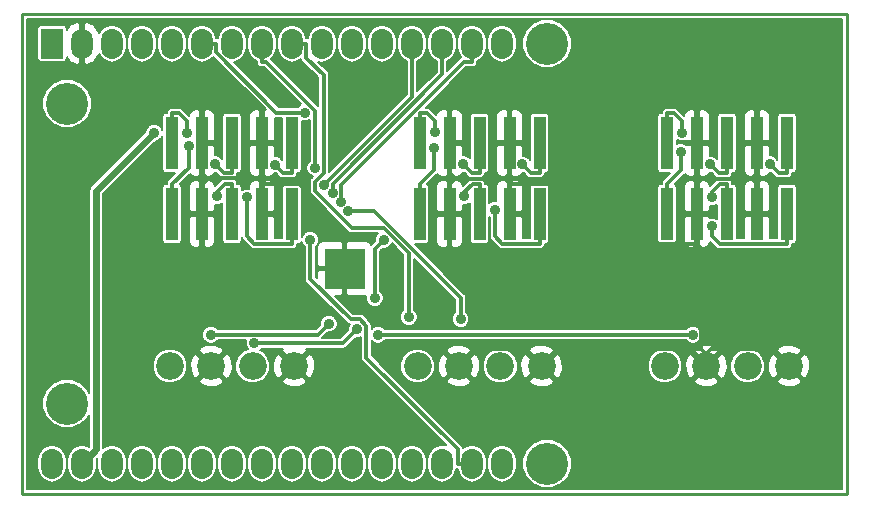
<source format=gtl>
G04 #@! TF.GenerationSoftware,KiCad,Pcbnew,no-vcs-found-0f0cb64~58~ubuntu16.04.1*
G04 #@! TF.CreationDate,2017-03-29T15:35:20-04:00*
G04 #@! TF.ProjectId,step_dir_controller_3x2,737465705F6469725F636F6E74726F6C,1.0*
G04 #@! TF.FileFunction,Copper,L1,Top,Signal*
G04 #@! TF.FilePolarity,Positive*
%FSLAX46Y46*%
G04 Gerber Fmt 4.6, Leading zero omitted, Abs format (unit mm)*
G04 Created by KiCad (PCBNEW no-vcs-found-0f0cb64~58~ubuntu16.04.1) date Wed Mar 29 15:35:20 2017*
%MOMM*%
%LPD*%
G01*
G04 APERTURE LIST*
%ADD10C,0.100000*%
%ADD11C,0.228600*%
%ADD12O,1.854200X2.540000*%
%ADD13R,1.854200X2.540000*%
%ADD14C,3.556000*%
%ADD15C,2.340000*%
%ADD16R,3.400000X3.400000*%
%ADD17R,1.016000X4.495800*%
%ADD18C,0.889000*%
%ADD19C,0.304800*%
%ADD20C,0.609600*%
%ADD21C,0.203200*%
G04 APERTURE END LIST*
D10*
D11*
X155575000Y-68580000D02*
X85725000Y-68580000D01*
X155575000Y-109220000D02*
X155575000Y-68580000D01*
X85725000Y-109220000D02*
X155575000Y-109220000D01*
X85725000Y-68580000D02*
X85725000Y-109220000D01*
D12*
X90805000Y-71120000D03*
X93345000Y-71120000D03*
D13*
X88265000Y-71120000D03*
D12*
X95885000Y-71120000D03*
X98425000Y-71120000D03*
X100965000Y-71120000D03*
X103505000Y-71120000D03*
X106045000Y-71120000D03*
X108585000Y-71120000D03*
X111125000Y-71120000D03*
X113665000Y-71120000D03*
X116205000Y-71120000D03*
X118745000Y-71120000D03*
X121285000Y-71120000D03*
X123825000Y-71120000D03*
X126365000Y-71120000D03*
X126365000Y-106680000D03*
X123825000Y-106680000D03*
X121285000Y-106680000D03*
X118745000Y-106680000D03*
X116205000Y-106680000D03*
X113665000Y-106680000D03*
X111125000Y-106680000D03*
X108585000Y-106680000D03*
X106045000Y-106680000D03*
X103505000Y-106680000D03*
X100965000Y-106680000D03*
X98425000Y-106680000D03*
X95885000Y-106680000D03*
X93345000Y-106680000D03*
X90805000Y-106680000D03*
X88265000Y-106680000D03*
D14*
X89535000Y-76200000D03*
X89535000Y-101600000D03*
X130175000Y-106680000D03*
X130175000Y-71120000D03*
D15*
X105255000Y-98425000D03*
X101755000Y-98425000D03*
X98255000Y-98425000D03*
X108755000Y-98425000D03*
X129710000Y-98425000D03*
X119210000Y-98425000D03*
X122710000Y-98425000D03*
X126210000Y-98425000D03*
X147165000Y-98425000D03*
X143665000Y-98425000D03*
X140165000Y-98425000D03*
X150665000Y-98425000D03*
D16*
X113030000Y-90170000D03*
D17*
X108585000Y-79552800D03*
X108585000Y-85547200D03*
X106045000Y-79552800D03*
X106045000Y-85547200D03*
X103505000Y-79552800D03*
X103505000Y-85547200D03*
X100965000Y-79552800D03*
X100965000Y-85547200D03*
X98425000Y-79552800D03*
X98425000Y-85547200D03*
X119380000Y-85547200D03*
X119380000Y-79552800D03*
X121920000Y-85547200D03*
X121920000Y-79552800D03*
X124460000Y-85547200D03*
X124460000Y-79552800D03*
X127000000Y-85547200D03*
X127000000Y-79552800D03*
X129540000Y-85547200D03*
X129540000Y-79552800D03*
X150495000Y-79552800D03*
X150495000Y-85547200D03*
X147955000Y-79552800D03*
X147955000Y-85547200D03*
X145415000Y-79552800D03*
X145415000Y-85547200D03*
X142875000Y-79552800D03*
X142875000Y-85547200D03*
X140335000Y-79552800D03*
X140335000Y-85547200D03*
D18*
X96901000Y-78690000D03*
X109669400Y-76960400D03*
X110551300Y-81641100D03*
X118472900Y-94283700D03*
X111282900Y-83064900D03*
X112034000Y-83812700D03*
X112734800Y-84513600D03*
X110124000Y-87740500D03*
X104775000Y-84150500D03*
X107101000Y-81362900D03*
X102044600Y-81333500D03*
X102235000Y-84050200D03*
X99657000Y-78652700D03*
X99828400Y-79769000D03*
X120567600Y-79967200D03*
X120650000Y-78645400D03*
X123167800Y-84052900D03*
X123090600Y-81333500D03*
X128079600Y-81353500D03*
X125760400Y-85200100D03*
X144145000Y-86604800D03*
X149025100Y-81333500D03*
X144006400Y-81346700D03*
X144145000Y-84150500D03*
X141605000Y-78650000D03*
X141504400Y-80312500D03*
X105404100Y-96495000D03*
X114109100Y-95261800D03*
X101711400Y-95769600D03*
X111703100Y-94831700D03*
X122851400Y-94477100D03*
X113316000Y-85334100D03*
X142506400Y-95776500D03*
X115891400Y-95776500D03*
X116350900Y-87738200D03*
X115602400Y-92662500D03*
D19*
X147955000Y-79552800D02*
X147955000Y-82080100D01*
X106045000Y-79552800D02*
X106045000Y-81965800D01*
X147955000Y-85547200D02*
X147955000Y-83019900D01*
X142875000Y-85547200D02*
X142875000Y-83019900D01*
X147543800Y-82491300D02*
X147543800Y-82608700D01*
X147955000Y-82080100D02*
X147543800Y-82491300D01*
X147543800Y-82608700D02*
X147955000Y-83019900D01*
X142875000Y-82197500D02*
X143286200Y-82608700D01*
X142875000Y-79552800D02*
X142875000Y-82197500D01*
X142875000Y-83019900D02*
X143286200Y-82608700D01*
X143286200Y-82608700D02*
X147543800Y-82608700D01*
X142875000Y-85547200D02*
X142875000Y-88074500D01*
X100965000Y-79552800D02*
X100965000Y-82080100D01*
X106045000Y-81965800D02*
X106045000Y-82488700D01*
X106045000Y-85547200D02*
X106045000Y-83019900D01*
X106045000Y-82488700D02*
X106045000Y-83019900D01*
X113030000Y-90170000D02*
X113030000Y-88190600D01*
X127000000Y-79552800D02*
X127000000Y-82080100D01*
X121920000Y-85547200D02*
X121920000Y-83019900D01*
X121920000Y-79552800D02*
X121920000Y-82080100D01*
X127000000Y-85547200D02*
X127000000Y-83019900D01*
X122389900Y-82550000D02*
X121920000Y-82080100D01*
X122389900Y-82550000D02*
X121920000Y-83019900D01*
X126593200Y-82550000D02*
X122389900Y-82550000D01*
X126593200Y-82486900D02*
X126593200Y-82550000D01*
X127000000Y-82080100D02*
X126593200Y-82486900D01*
X126593200Y-82613100D02*
X127000000Y-83019900D01*
X126593200Y-82550000D02*
X126593200Y-82613100D01*
X128285600Y-97000600D02*
X129710000Y-98425000D01*
X124134400Y-97000600D02*
X128285600Y-97000600D01*
X122710000Y-98425000D02*
X124134400Y-97000600D01*
X133992000Y-83019900D02*
X127000000Y-83019900D01*
X139046600Y-88074500D02*
X133992000Y-83019900D01*
X142875000Y-88074500D02*
X139046600Y-88074500D01*
X143233200Y-88432700D02*
X143233200Y-96942500D01*
X142875000Y-88074500D02*
X143233200Y-88432700D01*
X131192500Y-96942500D02*
X129710000Y-98425000D01*
X143233200Y-96942500D02*
X131192500Y-96942500D01*
X144038700Y-97000600D02*
X143665000Y-97374300D01*
X149240600Y-97000600D02*
X144038700Y-97000600D01*
X150665000Y-98425000D02*
X149240600Y-97000600D01*
X143233200Y-96942500D02*
X143665000Y-97374300D01*
X143665000Y-97374300D02*
X143665000Y-98425000D01*
X106045000Y-82488700D02*
X101352300Y-82488700D01*
X100965000Y-82101400D02*
X100965000Y-82080100D01*
X101352300Y-82488700D02*
X100965000Y-82101400D01*
X101352300Y-82632600D02*
X100965000Y-83019900D01*
X101352300Y-82488700D02*
X101352300Y-82632600D01*
X100965000Y-85547200D02*
X100965000Y-83019900D01*
X113030000Y-86867400D02*
X113030000Y-88190600D01*
X109182500Y-83019900D02*
X113030000Y-86867400D01*
X106045000Y-83019900D02*
X109182500Y-83019900D01*
D20*
X92011100Y-105473900D02*
X90805000Y-106680000D01*
X92011100Y-83579900D02*
X92011100Y-105473900D01*
X96901000Y-78690000D02*
X92011100Y-83579900D01*
D19*
X100965000Y-71120000D02*
X102171500Y-71120000D01*
X107257800Y-76960400D02*
X109669400Y-76960400D01*
X102171500Y-71874100D02*
X107257800Y-76960400D01*
X102171500Y-71120000D02*
X102171500Y-71874100D01*
X106045000Y-71120000D02*
X106045000Y-72669400D01*
X110551300Y-76816000D02*
X110551300Y-81641100D01*
X106404700Y-72669400D02*
X110551300Y-76816000D01*
X106045000Y-72669400D02*
X106404700Y-72669400D01*
X108585000Y-71120000D02*
X109791500Y-71120000D01*
X118472900Y-88825200D02*
X118472900Y-94283700D01*
X116367100Y-86719400D02*
X118472900Y-88825200D01*
X113649000Y-86719400D02*
X116367100Y-86719400D01*
X110559900Y-83630300D02*
X113649000Y-86719400D01*
X110559900Y-82799700D02*
X110559900Y-83630300D01*
X111265600Y-82094000D02*
X110559900Y-82799700D01*
X111265600Y-73800600D02*
X111265600Y-82094000D01*
X109791500Y-72326500D02*
X111265600Y-73800600D01*
X109791500Y-71120000D02*
X109791500Y-72326500D01*
X118745000Y-75602800D02*
X118745000Y-71120000D01*
X111282900Y-83064900D02*
X118745000Y-75602800D01*
X112034000Y-82971700D02*
X112034000Y-83812700D01*
X121285000Y-73720700D02*
X112034000Y-82971700D01*
X121285000Y-71120000D02*
X121285000Y-73720700D01*
X123825000Y-71120000D02*
X123825000Y-72669400D01*
X112734800Y-83071100D02*
X112734800Y-84513600D01*
X123136500Y-72669400D02*
X112734800Y-83071100D01*
X123825000Y-72669400D02*
X123136500Y-72669400D01*
X123825000Y-106680000D02*
X122618500Y-106680000D01*
X122618500Y-105473500D02*
X122618500Y-106680000D01*
X114856600Y-97711600D02*
X122618500Y-105473500D01*
X114856600Y-94992800D02*
X114856600Y-97711600D01*
X114320700Y-94456900D02*
X114856600Y-94992800D01*
X113541800Y-94456900D02*
X114320700Y-94456900D01*
X110124000Y-91039100D02*
X113541800Y-94456900D01*
X110124000Y-87740500D02*
X110124000Y-91039100D01*
X104775000Y-87452200D02*
X104775000Y-84150500D01*
X105397300Y-88074500D02*
X104775000Y-87452200D01*
X108585000Y-88074500D02*
X105397300Y-88074500D01*
X108585000Y-85547200D02*
X108585000Y-88074500D01*
X108585000Y-79552800D02*
X108585000Y-82080100D01*
X107818200Y-82080100D02*
X107101000Y-81362900D01*
X108585000Y-82080100D02*
X107818200Y-82080100D01*
X103505000Y-79552800D02*
X103505000Y-82080100D01*
X102791200Y-82080100D02*
X102044600Y-81333500D01*
X103505000Y-82080100D02*
X102791200Y-82080100D01*
X103505000Y-85547200D02*
X103505000Y-83019900D01*
X102235000Y-83699300D02*
X102235000Y-84050200D01*
X102914400Y-83019900D02*
X102235000Y-83699300D01*
X103505000Y-83019900D02*
X102914400Y-83019900D01*
X98425000Y-79552800D02*
X98425000Y-77025500D01*
X99656900Y-78652700D02*
X99657000Y-78652700D01*
X99656900Y-77666800D02*
X99656900Y-78652700D01*
X99015600Y-77025500D02*
X99656900Y-77666800D01*
X98425000Y-77025500D02*
X99015600Y-77025500D01*
X99828400Y-81616500D02*
X99828400Y-79769000D01*
X98425000Y-83019900D02*
X99828400Y-81616500D01*
X98425000Y-85547200D02*
X98425000Y-83019900D01*
X119380000Y-85547200D02*
X119380000Y-83019900D01*
X120567600Y-81832300D02*
X120567600Y-79967200D01*
X119380000Y-83019900D02*
X120567600Y-81832300D01*
X119380000Y-79552800D02*
X119380000Y-77025500D01*
X120649900Y-78645400D02*
X120650000Y-78645400D01*
X120649900Y-77667600D02*
X120649900Y-78645400D01*
X120007800Y-77025500D02*
X120649900Y-77667600D01*
X119380000Y-77025500D02*
X120007800Y-77025500D01*
X124460000Y-85547200D02*
X124460000Y-83019900D01*
X123167800Y-83721500D02*
X123167800Y-84052900D01*
X123869400Y-83019900D02*
X123167800Y-83721500D01*
X124460000Y-83019900D02*
X123869400Y-83019900D01*
X123837200Y-82080100D02*
X123090600Y-81333500D01*
X124460000Y-82080100D02*
X123837200Y-82080100D01*
X124460000Y-79552800D02*
X124460000Y-82080100D01*
X129540000Y-79552800D02*
X129540000Y-82080100D01*
X128806200Y-82080100D02*
X128079600Y-81353500D01*
X129540000Y-82080100D02*
X128806200Y-82080100D01*
X129540000Y-85547200D02*
X129540000Y-88074500D01*
X125760400Y-87435900D02*
X125760400Y-85200100D01*
X126399000Y-88074500D02*
X125760400Y-87435900D01*
X129540000Y-88074500D02*
X126399000Y-88074500D01*
X150495000Y-85547200D02*
X150495000Y-88074500D01*
X144145000Y-87414500D02*
X144145000Y-86604800D01*
X144805000Y-88074500D02*
X144145000Y-87414500D01*
X150495000Y-88074500D02*
X144805000Y-88074500D01*
X150495000Y-79552800D02*
X150495000Y-82080100D01*
X149771700Y-82080100D02*
X149025100Y-81333500D01*
X150495000Y-82080100D02*
X149771700Y-82080100D01*
X144739800Y-82080100D02*
X144006400Y-81346700D01*
X145415000Y-82080100D02*
X144739800Y-82080100D01*
X145415000Y-79552800D02*
X145415000Y-82080100D01*
X144145100Y-84150500D02*
X144145000Y-84150500D01*
X144145100Y-83699200D02*
X144145100Y-84150500D01*
X144824400Y-83019900D02*
X144145100Y-83699200D01*
X145415000Y-83019900D02*
X144824400Y-83019900D01*
X145415000Y-85547200D02*
X145415000Y-83019900D01*
X140335000Y-79552800D02*
X140335000Y-77025500D01*
X141605000Y-77704900D02*
X141605000Y-78650000D01*
X140925600Y-77025500D02*
X141605000Y-77704900D01*
X140335000Y-77025500D02*
X140925600Y-77025500D01*
X140335000Y-85547200D02*
X140335000Y-83019900D01*
X141504400Y-81850500D02*
X141504400Y-80312500D01*
X140335000Y-83019900D02*
X141504400Y-81850500D01*
X112875900Y-96495000D02*
X114109100Y-95261800D01*
X105404100Y-96495000D02*
X112875900Y-96495000D01*
X110765200Y-95769600D02*
X111703100Y-94831700D01*
X101711400Y-95769600D02*
X110765200Y-95769600D01*
X115562800Y-85334100D02*
X113316000Y-85334100D01*
X122851400Y-92622700D02*
X115562800Y-85334100D01*
X122851400Y-94477100D02*
X122851400Y-92622700D01*
X142506400Y-95776500D02*
X115891400Y-95776500D01*
X115602400Y-88486700D02*
X115602400Y-92662500D01*
X116350900Y-87738200D02*
X115602400Y-88486700D01*
D21*
G36*
X155155900Y-108800900D02*
X86144100Y-108800900D01*
X86144100Y-106306248D01*
X87033100Y-106306248D01*
X87033100Y-107053752D01*
X87126873Y-107525180D01*
X87393915Y-107924837D01*
X87793572Y-108191879D01*
X88265000Y-108285652D01*
X88736428Y-108191879D01*
X89136085Y-107924837D01*
X89403127Y-107525180D01*
X89496900Y-107053752D01*
X89496900Y-106306248D01*
X89403127Y-105834820D01*
X89136085Y-105435163D01*
X88736428Y-105168121D01*
X88265000Y-105074348D01*
X87793572Y-105168121D01*
X87393915Y-105435163D01*
X87126873Y-105834820D01*
X87033100Y-106306248D01*
X86144100Y-106306248D01*
X86144100Y-102012477D01*
X87451840Y-102012477D01*
X87768259Y-102778270D01*
X88353648Y-103364682D01*
X89118888Y-103682437D01*
X89947477Y-103683160D01*
X90713270Y-103366741D01*
X91299682Y-102781352D01*
X91401500Y-102536147D01*
X91401500Y-105221396D01*
X91383339Y-105239557D01*
X91276428Y-105168121D01*
X90805000Y-105074348D01*
X90333572Y-105168121D01*
X89933915Y-105435163D01*
X89666873Y-105834820D01*
X89573100Y-106306248D01*
X89573100Y-107053752D01*
X89666873Y-107525180D01*
X89933915Y-107924837D01*
X90333572Y-108191879D01*
X90805000Y-108285652D01*
X91276428Y-108191879D01*
X91676085Y-107924837D01*
X91943127Y-107525180D01*
X92036900Y-107053752D01*
X92036900Y-106310204D01*
X92131038Y-106216066D01*
X92113100Y-106306248D01*
X92113100Y-107053752D01*
X92206873Y-107525180D01*
X92473915Y-107924837D01*
X92873572Y-108191879D01*
X93345000Y-108285652D01*
X93816428Y-108191879D01*
X94216085Y-107924837D01*
X94483127Y-107525180D01*
X94576900Y-107053752D01*
X94576900Y-106306248D01*
X94653100Y-106306248D01*
X94653100Y-107053752D01*
X94746873Y-107525180D01*
X95013915Y-107924837D01*
X95413572Y-108191879D01*
X95885000Y-108285652D01*
X96356428Y-108191879D01*
X96756085Y-107924837D01*
X97023127Y-107525180D01*
X97116900Y-107053752D01*
X97116900Y-106306248D01*
X97193100Y-106306248D01*
X97193100Y-107053752D01*
X97286873Y-107525180D01*
X97553915Y-107924837D01*
X97953572Y-108191879D01*
X98425000Y-108285652D01*
X98896428Y-108191879D01*
X99296085Y-107924837D01*
X99563127Y-107525180D01*
X99656900Y-107053752D01*
X99656900Y-106306248D01*
X99733100Y-106306248D01*
X99733100Y-107053752D01*
X99826873Y-107525180D01*
X100093915Y-107924837D01*
X100493572Y-108191879D01*
X100965000Y-108285652D01*
X101436428Y-108191879D01*
X101836085Y-107924837D01*
X102103127Y-107525180D01*
X102196900Y-107053752D01*
X102196900Y-106306248D01*
X102273100Y-106306248D01*
X102273100Y-107053752D01*
X102366873Y-107525180D01*
X102633915Y-107924837D01*
X103033572Y-108191879D01*
X103505000Y-108285652D01*
X103976428Y-108191879D01*
X104376085Y-107924837D01*
X104643127Y-107525180D01*
X104736900Y-107053752D01*
X104736900Y-106306248D01*
X104813100Y-106306248D01*
X104813100Y-107053752D01*
X104906873Y-107525180D01*
X105173915Y-107924837D01*
X105573572Y-108191879D01*
X106045000Y-108285652D01*
X106516428Y-108191879D01*
X106916085Y-107924837D01*
X107183127Y-107525180D01*
X107276900Y-107053752D01*
X107276900Y-106306248D01*
X107353100Y-106306248D01*
X107353100Y-107053752D01*
X107446873Y-107525180D01*
X107713915Y-107924837D01*
X108113572Y-108191879D01*
X108585000Y-108285652D01*
X109056428Y-108191879D01*
X109456085Y-107924837D01*
X109723127Y-107525180D01*
X109816900Y-107053752D01*
X109816900Y-106306248D01*
X109893100Y-106306248D01*
X109893100Y-107053752D01*
X109986873Y-107525180D01*
X110253915Y-107924837D01*
X110653572Y-108191879D01*
X111125000Y-108285652D01*
X111596428Y-108191879D01*
X111996085Y-107924837D01*
X112263127Y-107525180D01*
X112356900Y-107053752D01*
X112356900Y-106306248D01*
X112433100Y-106306248D01*
X112433100Y-107053752D01*
X112526873Y-107525180D01*
X112793915Y-107924837D01*
X113193572Y-108191879D01*
X113665000Y-108285652D01*
X114136428Y-108191879D01*
X114536085Y-107924837D01*
X114803127Y-107525180D01*
X114896900Y-107053752D01*
X114896900Y-106306248D01*
X114973100Y-106306248D01*
X114973100Y-107053752D01*
X115066873Y-107525180D01*
X115333915Y-107924837D01*
X115733572Y-108191879D01*
X116205000Y-108285652D01*
X116676428Y-108191879D01*
X117076085Y-107924837D01*
X117343127Y-107525180D01*
X117436900Y-107053752D01*
X117436900Y-106306248D01*
X117513100Y-106306248D01*
X117513100Y-107053752D01*
X117606873Y-107525180D01*
X117873915Y-107924837D01*
X118273572Y-108191879D01*
X118745000Y-108285652D01*
X119216428Y-108191879D01*
X119616085Y-107924837D01*
X119883127Y-107525180D01*
X119976900Y-107053752D01*
X119976900Y-106306248D01*
X119883127Y-105834820D01*
X119616085Y-105435163D01*
X119216428Y-105168121D01*
X118745000Y-105074348D01*
X118273572Y-105168121D01*
X117873915Y-105435163D01*
X117606873Y-105834820D01*
X117513100Y-106306248D01*
X117436900Y-106306248D01*
X117343127Y-105834820D01*
X117076085Y-105435163D01*
X116676428Y-105168121D01*
X116205000Y-105074348D01*
X115733572Y-105168121D01*
X115333915Y-105435163D01*
X115066873Y-105834820D01*
X114973100Y-106306248D01*
X114896900Y-106306248D01*
X114803127Y-105834820D01*
X114536085Y-105435163D01*
X114136428Y-105168121D01*
X113665000Y-105074348D01*
X113193572Y-105168121D01*
X112793915Y-105435163D01*
X112526873Y-105834820D01*
X112433100Y-106306248D01*
X112356900Y-106306248D01*
X112263127Y-105834820D01*
X111996085Y-105435163D01*
X111596428Y-105168121D01*
X111125000Y-105074348D01*
X110653572Y-105168121D01*
X110253915Y-105435163D01*
X109986873Y-105834820D01*
X109893100Y-106306248D01*
X109816900Y-106306248D01*
X109723127Y-105834820D01*
X109456085Y-105435163D01*
X109056428Y-105168121D01*
X108585000Y-105074348D01*
X108113572Y-105168121D01*
X107713915Y-105435163D01*
X107446873Y-105834820D01*
X107353100Y-106306248D01*
X107276900Y-106306248D01*
X107183127Y-105834820D01*
X106916085Y-105435163D01*
X106516428Y-105168121D01*
X106045000Y-105074348D01*
X105573572Y-105168121D01*
X105173915Y-105435163D01*
X104906873Y-105834820D01*
X104813100Y-106306248D01*
X104736900Y-106306248D01*
X104643127Y-105834820D01*
X104376085Y-105435163D01*
X103976428Y-105168121D01*
X103505000Y-105074348D01*
X103033572Y-105168121D01*
X102633915Y-105435163D01*
X102366873Y-105834820D01*
X102273100Y-106306248D01*
X102196900Y-106306248D01*
X102103127Y-105834820D01*
X101836085Y-105435163D01*
X101436428Y-105168121D01*
X100965000Y-105074348D01*
X100493572Y-105168121D01*
X100093915Y-105435163D01*
X99826873Y-105834820D01*
X99733100Y-106306248D01*
X99656900Y-106306248D01*
X99563127Y-105834820D01*
X99296085Y-105435163D01*
X98896428Y-105168121D01*
X98425000Y-105074348D01*
X97953572Y-105168121D01*
X97553915Y-105435163D01*
X97286873Y-105834820D01*
X97193100Y-106306248D01*
X97116900Y-106306248D01*
X97023127Y-105834820D01*
X96756085Y-105435163D01*
X96356428Y-105168121D01*
X95885000Y-105074348D01*
X95413572Y-105168121D01*
X95013915Y-105435163D01*
X94746873Y-105834820D01*
X94653100Y-106306248D01*
X94576900Y-106306248D01*
X94483127Y-105834820D01*
X94216085Y-105435163D01*
X93816428Y-105168121D01*
X93345000Y-105074348D01*
X92873572Y-105168121D01*
X92620700Y-105337084D01*
X92620700Y-98717069D01*
X96779945Y-98717069D01*
X97003996Y-99259316D01*
X97418502Y-99674546D01*
X97960357Y-99899543D01*
X98547069Y-99900055D01*
X99023813Y-99703069D01*
X100692458Y-99703069D01*
X100815548Y-99977324D01*
X101481109Y-100218673D01*
X102188366Y-100186952D01*
X102694452Y-99977324D01*
X102817542Y-99703069D01*
X101755000Y-98640526D01*
X100692458Y-99703069D01*
X99023813Y-99703069D01*
X99089316Y-99676004D01*
X99504546Y-99261498D01*
X99729543Y-98719643D01*
X99730039Y-98151109D01*
X99961327Y-98151109D01*
X99993048Y-98858366D01*
X100202676Y-99364452D01*
X100476931Y-99487542D01*
X101539474Y-98425000D01*
X101970526Y-98425000D01*
X103033069Y-99487542D01*
X103307324Y-99364452D01*
X103548673Y-98698891D01*
X103516952Y-97991634D01*
X103307324Y-97485548D01*
X103033069Y-97362458D01*
X101970526Y-98425000D01*
X101539474Y-98425000D01*
X100476931Y-97362458D01*
X100202676Y-97485548D01*
X99961327Y-98151109D01*
X99730039Y-98151109D01*
X99730055Y-98132931D01*
X99506004Y-97590684D01*
X99091498Y-97175454D01*
X99022807Y-97146931D01*
X100692458Y-97146931D01*
X101755000Y-98209474D01*
X102817542Y-97146931D01*
X102694452Y-96872676D01*
X102028891Y-96631327D01*
X101321634Y-96663048D01*
X100815548Y-96872676D01*
X100692458Y-97146931D01*
X99022807Y-97146931D01*
X98549643Y-96950457D01*
X97962931Y-96949945D01*
X97420684Y-97173996D01*
X97005454Y-97588502D01*
X96780457Y-98130357D01*
X96779945Y-98717069D01*
X92620700Y-98717069D01*
X92620700Y-95917991D01*
X100961970Y-95917991D01*
X101075804Y-96193490D01*
X101286401Y-96404456D01*
X101561701Y-96518770D01*
X101859791Y-96519030D01*
X102135290Y-96405196D01*
X102313999Y-96226800D01*
X104704136Y-96226800D01*
X104654930Y-96345301D01*
X104654670Y-96643391D01*
X104768504Y-96918890D01*
X104847228Y-96997752D01*
X104420684Y-97173996D01*
X104005454Y-97588502D01*
X103780457Y-98130357D01*
X103779945Y-98717069D01*
X104003996Y-99259316D01*
X104418502Y-99674546D01*
X104960357Y-99899543D01*
X105547069Y-99900055D01*
X106023813Y-99703069D01*
X107692458Y-99703069D01*
X107815548Y-99977324D01*
X108481109Y-100218673D01*
X109188366Y-100186952D01*
X109694452Y-99977324D01*
X109817542Y-99703069D01*
X108755000Y-98640526D01*
X107692458Y-99703069D01*
X106023813Y-99703069D01*
X106089316Y-99676004D01*
X106504546Y-99261498D01*
X106729543Y-98719643D01*
X106730039Y-98151109D01*
X106961327Y-98151109D01*
X106993048Y-98858366D01*
X107202676Y-99364452D01*
X107476931Y-99487542D01*
X108539474Y-98425000D01*
X108970526Y-98425000D01*
X110033069Y-99487542D01*
X110307324Y-99364452D01*
X110548673Y-98698891D01*
X110516952Y-97991634D01*
X110307324Y-97485548D01*
X110033069Y-97362458D01*
X108970526Y-98425000D01*
X108539474Y-98425000D01*
X107476931Y-97362458D01*
X107202676Y-97485548D01*
X106961327Y-98151109D01*
X106730039Y-98151109D01*
X106730055Y-98132931D01*
X106506004Y-97590684D01*
X106091498Y-97175454D01*
X105873664Y-97085002D01*
X106006699Y-96952200D01*
X107779856Y-96952200D01*
X107692458Y-97146931D01*
X108755000Y-98209474D01*
X109817542Y-97146931D01*
X109730144Y-96952200D01*
X112875900Y-96952200D01*
X113050863Y-96917398D01*
X113199189Y-96818289D01*
X114006467Y-96011011D01*
X114257491Y-96011230D01*
X114399400Y-95952594D01*
X114399400Y-97711600D01*
X114434202Y-97886563D01*
X114533311Y-98034889D01*
X121644224Y-105145802D01*
X121285000Y-105074348D01*
X120813572Y-105168121D01*
X120413915Y-105435163D01*
X120146873Y-105834820D01*
X120053100Y-106306248D01*
X120053100Y-107053752D01*
X120146873Y-107525180D01*
X120413915Y-107924837D01*
X120813572Y-108191879D01*
X121285000Y-108285652D01*
X121756428Y-108191879D01*
X122156085Y-107924837D01*
X122423127Y-107525180D01*
X122504800Y-107114584D01*
X122609336Y-107135377D01*
X122686873Y-107525180D01*
X122953915Y-107924837D01*
X123353572Y-108191879D01*
X123825000Y-108285652D01*
X124296428Y-108191879D01*
X124696085Y-107924837D01*
X124963127Y-107525180D01*
X125056900Y-107053752D01*
X125056900Y-106306248D01*
X125133100Y-106306248D01*
X125133100Y-107053752D01*
X125226873Y-107525180D01*
X125493915Y-107924837D01*
X125893572Y-108191879D01*
X126365000Y-108285652D01*
X126836428Y-108191879D01*
X127236085Y-107924837D01*
X127503127Y-107525180D01*
X127589197Y-107092477D01*
X128091840Y-107092477D01*
X128408259Y-107858270D01*
X128993648Y-108444682D01*
X129758888Y-108762437D01*
X130587477Y-108763160D01*
X131353270Y-108446741D01*
X131939682Y-107861352D01*
X132257437Y-107096112D01*
X132258160Y-106267523D01*
X131941741Y-105501730D01*
X131356352Y-104915318D01*
X130591112Y-104597563D01*
X129762523Y-104596840D01*
X128996730Y-104913259D01*
X128410318Y-105498648D01*
X128092563Y-106263888D01*
X128091840Y-107092477D01*
X127589197Y-107092477D01*
X127596900Y-107053752D01*
X127596900Y-106306248D01*
X127503127Y-105834820D01*
X127236085Y-105435163D01*
X126836428Y-105168121D01*
X126365000Y-105074348D01*
X125893572Y-105168121D01*
X125493915Y-105435163D01*
X125226873Y-105834820D01*
X125133100Y-106306248D01*
X125056900Y-106306248D01*
X124963127Y-105834820D01*
X124696085Y-105435163D01*
X124296428Y-105168121D01*
X123825000Y-105074348D01*
X123353572Y-105168121D01*
X123054682Y-105367833D01*
X123040898Y-105298537D01*
X122941789Y-105150211D01*
X116508647Y-98717069D01*
X117734945Y-98717069D01*
X117958996Y-99259316D01*
X118373502Y-99674546D01*
X118915357Y-99899543D01*
X119502069Y-99900055D01*
X119978813Y-99703069D01*
X121647458Y-99703069D01*
X121770548Y-99977324D01*
X122436109Y-100218673D01*
X123143366Y-100186952D01*
X123649452Y-99977324D01*
X123772542Y-99703069D01*
X122710000Y-98640526D01*
X121647458Y-99703069D01*
X119978813Y-99703069D01*
X120044316Y-99676004D01*
X120459546Y-99261498D01*
X120684543Y-98719643D01*
X120685039Y-98151109D01*
X120916327Y-98151109D01*
X120948048Y-98858366D01*
X121157676Y-99364452D01*
X121431931Y-99487542D01*
X122494474Y-98425000D01*
X122925526Y-98425000D01*
X123988069Y-99487542D01*
X124262324Y-99364452D01*
X124497081Y-98717069D01*
X124734945Y-98717069D01*
X124958996Y-99259316D01*
X125373502Y-99674546D01*
X125915357Y-99899543D01*
X126502069Y-99900055D01*
X126978813Y-99703069D01*
X128647458Y-99703069D01*
X128770548Y-99977324D01*
X129436109Y-100218673D01*
X130143366Y-100186952D01*
X130649452Y-99977324D01*
X130772542Y-99703069D01*
X129710000Y-98640526D01*
X128647458Y-99703069D01*
X126978813Y-99703069D01*
X127044316Y-99676004D01*
X127459546Y-99261498D01*
X127684543Y-98719643D01*
X127685039Y-98151109D01*
X127916327Y-98151109D01*
X127948048Y-98858366D01*
X128157676Y-99364452D01*
X128431931Y-99487542D01*
X129494474Y-98425000D01*
X129925526Y-98425000D01*
X130988069Y-99487542D01*
X131262324Y-99364452D01*
X131497081Y-98717069D01*
X138689945Y-98717069D01*
X138913996Y-99259316D01*
X139328502Y-99674546D01*
X139870357Y-99899543D01*
X140457069Y-99900055D01*
X140933813Y-99703069D01*
X142602458Y-99703069D01*
X142725548Y-99977324D01*
X143391109Y-100218673D01*
X144098366Y-100186952D01*
X144604452Y-99977324D01*
X144727542Y-99703069D01*
X143665000Y-98640526D01*
X142602458Y-99703069D01*
X140933813Y-99703069D01*
X140999316Y-99676004D01*
X141414546Y-99261498D01*
X141639543Y-98719643D01*
X141640039Y-98151109D01*
X141871327Y-98151109D01*
X141903048Y-98858366D01*
X142112676Y-99364452D01*
X142386931Y-99487542D01*
X143449474Y-98425000D01*
X143880526Y-98425000D01*
X144943069Y-99487542D01*
X145217324Y-99364452D01*
X145452081Y-98717069D01*
X145689945Y-98717069D01*
X145913996Y-99259316D01*
X146328502Y-99674546D01*
X146870357Y-99899543D01*
X147457069Y-99900055D01*
X147933813Y-99703069D01*
X149602458Y-99703069D01*
X149725548Y-99977324D01*
X150391109Y-100218673D01*
X151098366Y-100186952D01*
X151604452Y-99977324D01*
X151727542Y-99703069D01*
X150665000Y-98640526D01*
X149602458Y-99703069D01*
X147933813Y-99703069D01*
X147999316Y-99676004D01*
X148414546Y-99261498D01*
X148639543Y-98719643D01*
X148640039Y-98151109D01*
X148871327Y-98151109D01*
X148903048Y-98858366D01*
X149112676Y-99364452D01*
X149386931Y-99487542D01*
X150449474Y-98425000D01*
X150880526Y-98425000D01*
X151943069Y-99487542D01*
X152217324Y-99364452D01*
X152458673Y-98698891D01*
X152426952Y-97991634D01*
X152217324Y-97485548D01*
X151943069Y-97362458D01*
X150880526Y-98425000D01*
X150449474Y-98425000D01*
X149386931Y-97362458D01*
X149112676Y-97485548D01*
X148871327Y-98151109D01*
X148640039Y-98151109D01*
X148640055Y-98132931D01*
X148416004Y-97590684D01*
X148001498Y-97175454D01*
X147932807Y-97146931D01*
X149602458Y-97146931D01*
X150665000Y-98209474D01*
X151727542Y-97146931D01*
X151604452Y-96872676D01*
X150938891Y-96631327D01*
X150231634Y-96663048D01*
X149725548Y-96872676D01*
X149602458Y-97146931D01*
X147932807Y-97146931D01*
X147459643Y-96950457D01*
X146872931Y-96949945D01*
X146330684Y-97173996D01*
X145915454Y-97588502D01*
X145690457Y-98130357D01*
X145689945Y-98717069D01*
X145452081Y-98717069D01*
X145458673Y-98698891D01*
X145426952Y-97991634D01*
X145217324Y-97485548D01*
X144943069Y-97362458D01*
X143880526Y-98425000D01*
X143449474Y-98425000D01*
X142386931Y-97362458D01*
X142112676Y-97485548D01*
X141871327Y-98151109D01*
X141640039Y-98151109D01*
X141640055Y-98132931D01*
X141416004Y-97590684D01*
X141001498Y-97175454D01*
X140932807Y-97146931D01*
X142602458Y-97146931D01*
X143665000Y-98209474D01*
X144727542Y-97146931D01*
X144604452Y-96872676D01*
X143938891Y-96631327D01*
X143231634Y-96663048D01*
X142725548Y-96872676D01*
X142602458Y-97146931D01*
X140932807Y-97146931D01*
X140459643Y-96950457D01*
X139872931Y-96949945D01*
X139330684Y-97173996D01*
X138915454Y-97588502D01*
X138690457Y-98130357D01*
X138689945Y-98717069D01*
X131497081Y-98717069D01*
X131503673Y-98698891D01*
X131471952Y-97991634D01*
X131262324Y-97485548D01*
X130988069Y-97362458D01*
X129925526Y-98425000D01*
X129494474Y-98425000D01*
X128431931Y-97362458D01*
X128157676Y-97485548D01*
X127916327Y-98151109D01*
X127685039Y-98151109D01*
X127685055Y-98132931D01*
X127461004Y-97590684D01*
X127046498Y-97175454D01*
X126977807Y-97146931D01*
X128647458Y-97146931D01*
X129710000Y-98209474D01*
X130772542Y-97146931D01*
X130649452Y-96872676D01*
X129983891Y-96631327D01*
X129276634Y-96663048D01*
X128770548Y-96872676D01*
X128647458Y-97146931D01*
X126977807Y-97146931D01*
X126504643Y-96950457D01*
X125917931Y-96949945D01*
X125375684Y-97173996D01*
X124960454Y-97588502D01*
X124735457Y-98130357D01*
X124734945Y-98717069D01*
X124497081Y-98717069D01*
X124503673Y-98698891D01*
X124471952Y-97991634D01*
X124262324Y-97485548D01*
X123988069Y-97362458D01*
X122925526Y-98425000D01*
X122494474Y-98425000D01*
X121431931Y-97362458D01*
X121157676Y-97485548D01*
X120916327Y-98151109D01*
X120685039Y-98151109D01*
X120685055Y-98132931D01*
X120461004Y-97590684D01*
X120046498Y-97175454D01*
X119977807Y-97146931D01*
X121647458Y-97146931D01*
X122710000Y-98209474D01*
X123772542Y-97146931D01*
X123649452Y-96872676D01*
X122983891Y-96631327D01*
X122276634Y-96663048D01*
X121770548Y-96872676D01*
X121647458Y-97146931D01*
X119977807Y-97146931D01*
X119504643Y-96950457D01*
X118917931Y-96949945D01*
X118375684Y-97173996D01*
X117960454Y-97588502D01*
X117735457Y-98130357D01*
X117734945Y-98717069D01*
X116508647Y-98717069D01*
X115313800Y-97522222D01*
X115313800Y-96258488D01*
X115466401Y-96411356D01*
X115741701Y-96525670D01*
X116039791Y-96525930D01*
X116315290Y-96412096D01*
X116493999Y-96233700D01*
X141904056Y-96233700D01*
X142081401Y-96411356D01*
X142356701Y-96525670D01*
X142654791Y-96525930D01*
X142930290Y-96412096D01*
X143141256Y-96201499D01*
X143255570Y-95926199D01*
X143255830Y-95628109D01*
X143141996Y-95352610D01*
X142931399Y-95141644D01*
X142656099Y-95027330D01*
X142358009Y-95027070D01*
X142082510Y-95140904D01*
X141903801Y-95319300D01*
X116493744Y-95319300D01*
X116316399Y-95141644D01*
X116041099Y-95027330D01*
X115743009Y-95027070D01*
X115467510Y-95140904D01*
X115313800Y-95294345D01*
X115313800Y-94992800D01*
X115278998Y-94817837D01*
X115179889Y-94669511D01*
X114643989Y-94133611D01*
X114495663Y-94034502D01*
X114320700Y-93999700D01*
X113731178Y-93999700D01*
X112211078Y-92479600D01*
X112725200Y-92479600D01*
X112877600Y-92327200D01*
X112877600Y-90322400D01*
X110872800Y-90322400D01*
X110720400Y-90474800D01*
X110720400Y-90988922D01*
X110581200Y-90849722D01*
X110581200Y-88348743D01*
X110720400Y-88348743D01*
X110720400Y-89865200D01*
X110872800Y-90017600D01*
X112877600Y-90017600D01*
X112877600Y-88012800D01*
X112725200Y-87860400D01*
X111208743Y-87860400D01*
X110984689Y-87953206D01*
X110813206Y-88124689D01*
X110720400Y-88348743D01*
X110581200Y-88348743D01*
X110581200Y-88342844D01*
X110758856Y-88165499D01*
X110873170Y-87890199D01*
X110873430Y-87592109D01*
X110759596Y-87316610D01*
X110548999Y-87105644D01*
X110273699Y-86991330D01*
X109975609Y-86991070D01*
X109700110Y-87104904D01*
X109489144Y-87315501D01*
X109403771Y-87521103D01*
X109403771Y-83299300D01*
X109380115Y-83180373D01*
X109312748Y-83079552D01*
X109211927Y-83012185D01*
X109093000Y-82988529D01*
X108077000Y-82988529D01*
X107958073Y-83012185D01*
X107857252Y-83079552D01*
X107789885Y-83180373D01*
X107766229Y-83299300D01*
X107766229Y-87617300D01*
X107162600Y-87617300D01*
X107162600Y-85852000D01*
X107010200Y-85699600D01*
X106197400Y-85699600D01*
X106197400Y-85719600D01*
X105892600Y-85719600D01*
X105892600Y-85699600D01*
X105872600Y-85699600D01*
X105872600Y-85394800D01*
X105892600Y-85394800D01*
X105892600Y-82842100D01*
X106197400Y-82842100D01*
X106197400Y-85394800D01*
X107010200Y-85394800D01*
X107162600Y-85242400D01*
X107162600Y-83178043D01*
X107069794Y-82953989D01*
X106898311Y-82782506D01*
X106674257Y-82689700D01*
X106349800Y-82689700D01*
X106197400Y-82842100D01*
X105892600Y-82842100D01*
X105740200Y-82689700D01*
X105415743Y-82689700D01*
X105191689Y-82782506D01*
X105020206Y-82953989D01*
X104927400Y-83178043D01*
X104927400Y-83402452D01*
X104924699Y-83401330D01*
X104626609Y-83401070D01*
X104351110Y-83514904D01*
X104323771Y-83542195D01*
X104323771Y-83299300D01*
X104300115Y-83180373D01*
X104232748Y-83079552D01*
X104131927Y-83012185D01*
X104013000Y-82988529D01*
X103955960Y-82988529D01*
X103927398Y-82844937D01*
X103828289Y-82696611D01*
X103679963Y-82597502D01*
X103505000Y-82562700D01*
X102914400Y-82562700D01*
X102739437Y-82597502D01*
X102591111Y-82696611D01*
X102082600Y-83205122D01*
X102082600Y-83178043D01*
X101989794Y-82953989D01*
X101818311Y-82782506D01*
X101594257Y-82689700D01*
X101269800Y-82689700D01*
X101117400Y-82842100D01*
X101117400Y-85394800D01*
X101930200Y-85394800D01*
X102082600Y-85242400D01*
X102082600Y-84798248D01*
X102085301Y-84799370D01*
X102383391Y-84799630D01*
X102658890Y-84685796D01*
X102686229Y-84658505D01*
X102686229Y-87795100D01*
X102709885Y-87914027D01*
X102777252Y-88014848D01*
X102878073Y-88082215D01*
X102997000Y-88105871D01*
X104013000Y-88105871D01*
X104131927Y-88082215D01*
X104232748Y-88014848D01*
X104300115Y-87914027D01*
X104323771Y-87795100D01*
X104323771Y-87482219D01*
X104352602Y-87627163D01*
X104451711Y-87775489D01*
X105074011Y-88397789D01*
X105222337Y-88496898D01*
X105397300Y-88531700D01*
X108585000Y-88531700D01*
X108759963Y-88496898D01*
X108908289Y-88397789D01*
X109007398Y-88249463D01*
X109035960Y-88105871D01*
X109093000Y-88105871D01*
X109211927Y-88082215D01*
X109312748Y-88014848D01*
X109380115Y-87914027D01*
X109381688Y-87906118D01*
X109488404Y-88164390D01*
X109666800Y-88343099D01*
X109666800Y-91039100D01*
X109701602Y-91214063D01*
X109800711Y-91362389D01*
X113218511Y-94780189D01*
X113366837Y-94879298D01*
X113449750Y-94895790D01*
X113359930Y-95112101D01*
X113359710Y-95364612D01*
X112686522Y-96037800D01*
X111143578Y-96037800D01*
X111600467Y-95580911D01*
X111851491Y-95581130D01*
X112126990Y-95467296D01*
X112337956Y-95256699D01*
X112452270Y-94981399D01*
X112452530Y-94683309D01*
X112338696Y-94407810D01*
X112128099Y-94196844D01*
X111852799Y-94082530D01*
X111554709Y-94082270D01*
X111279210Y-94196104D01*
X111068244Y-94406701D01*
X110953930Y-94682001D01*
X110953710Y-94934512D01*
X110575822Y-95312400D01*
X102313744Y-95312400D01*
X102136399Y-95134744D01*
X101861099Y-95020430D01*
X101563009Y-95020170D01*
X101287510Y-95134004D01*
X101076544Y-95344601D01*
X100962230Y-95619901D01*
X100961970Y-95917991D01*
X92620700Y-95917991D01*
X92620700Y-83832404D01*
X97013705Y-79439399D01*
X97049391Y-79439430D01*
X97324890Y-79325596D01*
X97535856Y-79114999D01*
X97606229Y-78945521D01*
X97606229Y-81800700D01*
X97629885Y-81919627D01*
X97697252Y-82020448D01*
X97798073Y-82087815D01*
X97917000Y-82111471D01*
X98686851Y-82111471D01*
X98101711Y-82696611D01*
X98002602Y-82844937D01*
X97974040Y-82988529D01*
X97917000Y-82988529D01*
X97798073Y-83012185D01*
X97697252Y-83079552D01*
X97629885Y-83180373D01*
X97606229Y-83299300D01*
X97606229Y-87795100D01*
X97629885Y-87914027D01*
X97697252Y-88014848D01*
X97798073Y-88082215D01*
X97917000Y-88105871D01*
X98933000Y-88105871D01*
X99051927Y-88082215D01*
X99152748Y-88014848D01*
X99220115Y-87914027D01*
X99243771Y-87795100D01*
X99243771Y-85852000D01*
X99847400Y-85852000D01*
X99847400Y-87916357D01*
X99940206Y-88140411D01*
X100111689Y-88311894D01*
X100335743Y-88404700D01*
X100660200Y-88404700D01*
X100812600Y-88252300D01*
X100812600Y-85699600D01*
X101117400Y-85699600D01*
X101117400Y-88252300D01*
X101269800Y-88404700D01*
X101594257Y-88404700D01*
X101818311Y-88311894D01*
X101989794Y-88140411D01*
X102082600Y-87916357D01*
X102082600Y-85852000D01*
X101930200Y-85699600D01*
X101117400Y-85699600D01*
X100812600Y-85699600D01*
X99999800Y-85699600D01*
X99847400Y-85852000D01*
X99243771Y-85852000D01*
X99243771Y-83299300D01*
X99220115Y-83180373D01*
X99218559Y-83178043D01*
X99847400Y-83178043D01*
X99847400Y-85242400D01*
X99999800Y-85394800D01*
X100812600Y-85394800D01*
X100812600Y-82842100D01*
X100660200Y-82689700D01*
X100335743Y-82689700D01*
X100111689Y-82782506D01*
X99940206Y-82953989D01*
X99847400Y-83178043D01*
X99218559Y-83178043D01*
X99152748Y-83079552D01*
X99068332Y-83023146D01*
X99942837Y-82148642D01*
X100111689Y-82317494D01*
X100335743Y-82410300D01*
X100660200Y-82410300D01*
X100812600Y-82257900D01*
X100812600Y-79705200D01*
X101117400Y-79705200D01*
X101117400Y-82257900D01*
X101269800Y-82410300D01*
X101594257Y-82410300D01*
X101818311Y-82317494D01*
X101989794Y-82146011D01*
X102015987Y-82082776D01*
X102147412Y-82082890D01*
X102467911Y-82403389D01*
X102616237Y-82502498D01*
X102791200Y-82537300D01*
X103505000Y-82537300D01*
X103679963Y-82502498D01*
X103828289Y-82403389D01*
X103927398Y-82255063D01*
X103955960Y-82111471D01*
X104013000Y-82111471D01*
X104131927Y-82087815D01*
X104232748Y-82020448D01*
X104300115Y-81919627D01*
X104323771Y-81800700D01*
X104323771Y-79857600D01*
X104927400Y-79857600D01*
X104927400Y-81921957D01*
X105020206Y-82146011D01*
X105191689Y-82317494D01*
X105415743Y-82410300D01*
X105740200Y-82410300D01*
X105892600Y-82257900D01*
X105892600Y-79705200D01*
X105079800Y-79705200D01*
X104927400Y-79857600D01*
X104323771Y-79857600D01*
X104323771Y-77304900D01*
X104300115Y-77185973D01*
X104298559Y-77183643D01*
X104927400Y-77183643D01*
X104927400Y-79248000D01*
X105079800Y-79400400D01*
X105892600Y-79400400D01*
X105892600Y-76847700D01*
X105740200Y-76695300D01*
X105415743Y-76695300D01*
X105191689Y-76788106D01*
X105020206Y-76959589D01*
X104927400Y-77183643D01*
X104298559Y-77183643D01*
X104232748Y-77085152D01*
X104131927Y-77017785D01*
X104013000Y-76994129D01*
X102997000Y-76994129D01*
X102878073Y-77017785D01*
X102777252Y-77085152D01*
X102709885Y-77185973D01*
X102686229Y-77304900D01*
X102686229Y-80924211D01*
X102680196Y-80909610D01*
X102469599Y-80698644D01*
X102194299Y-80584330D01*
X102082600Y-80584233D01*
X102082600Y-79857600D01*
X101930200Y-79705200D01*
X101117400Y-79705200D01*
X100812600Y-79705200D01*
X100792600Y-79705200D01*
X100792600Y-79400400D01*
X100812600Y-79400400D01*
X100812600Y-76847700D01*
X101117400Y-76847700D01*
X101117400Y-79400400D01*
X101930200Y-79400400D01*
X102082600Y-79248000D01*
X102082600Y-77183643D01*
X101989794Y-76959589D01*
X101818311Y-76788106D01*
X101594257Y-76695300D01*
X101269800Y-76695300D01*
X101117400Y-76847700D01*
X100812600Y-76847700D01*
X100660200Y-76695300D01*
X100335743Y-76695300D01*
X100111689Y-76788106D01*
X99940206Y-76959589D01*
X99847400Y-77183643D01*
X99847400Y-77210722D01*
X99338889Y-76702211D01*
X99190563Y-76603102D01*
X99015600Y-76568300D01*
X98425000Y-76568300D01*
X98250037Y-76603102D01*
X98101711Y-76702211D01*
X98002602Y-76850537D01*
X97974040Y-76994129D01*
X97917000Y-76994129D01*
X97798073Y-77017785D01*
X97697252Y-77085152D01*
X97629885Y-77185973D01*
X97606229Y-77304900D01*
X97606229Y-78434635D01*
X97536596Y-78266110D01*
X97325999Y-78055144D01*
X97050699Y-77940830D01*
X96752609Y-77940570D01*
X96477110Y-78054404D01*
X96266144Y-78265001D01*
X96151830Y-78540301D01*
X96151798Y-78577098D01*
X91580048Y-83148848D01*
X91447903Y-83346616D01*
X91401500Y-83579900D01*
X91401500Y-100663165D01*
X91301741Y-100421730D01*
X90716352Y-99835318D01*
X89951112Y-99517563D01*
X89122523Y-99516840D01*
X88356730Y-99833259D01*
X87770318Y-100418648D01*
X87452563Y-101183888D01*
X87451840Y-102012477D01*
X86144100Y-102012477D01*
X86144100Y-76612477D01*
X87451840Y-76612477D01*
X87768259Y-77378270D01*
X88353648Y-77964682D01*
X89118888Y-78282437D01*
X89947477Y-78283160D01*
X90713270Y-77966741D01*
X91299682Y-77381352D01*
X91617437Y-76616112D01*
X91618160Y-75787523D01*
X91301741Y-75021730D01*
X90716352Y-74435318D01*
X89951112Y-74117563D01*
X89122523Y-74116840D01*
X88356730Y-74433259D01*
X87770318Y-75018648D01*
X87452563Y-75783888D01*
X87451840Y-76612477D01*
X86144100Y-76612477D01*
X86144100Y-69850000D01*
X87027129Y-69850000D01*
X87027129Y-72390000D01*
X87050785Y-72508927D01*
X87118152Y-72609748D01*
X87218973Y-72677115D01*
X87337900Y-72700771D01*
X89192100Y-72700771D01*
X89311027Y-72677115D01*
X89411848Y-72609748D01*
X89479215Y-72508927D01*
X89502871Y-72390000D01*
X89502871Y-72263898D01*
X89826152Y-72657274D01*
X90357730Y-72940947D01*
X90415269Y-72949357D01*
X90652600Y-72838785D01*
X90652600Y-71272400D01*
X90632600Y-71272400D01*
X90632600Y-70967600D01*
X90652600Y-70967600D01*
X90652600Y-69401215D01*
X90957400Y-69401215D01*
X90957400Y-70967600D01*
X90977400Y-70967600D01*
X90977400Y-71272400D01*
X90957400Y-71272400D01*
X90957400Y-72838785D01*
X91194731Y-72949357D01*
X91252270Y-72940947D01*
X91783848Y-72657274D01*
X92166405Y-72191769D01*
X92226414Y-71994425D01*
X92473915Y-72364837D01*
X92873572Y-72631879D01*
X93345000Y-72725652D01*
X93816428Y-72631879D01*
X94216085Y-72364837D01*
X94483127Y-71965180D01*
X94576900Y-71493752D01*
X94576900Y-70746248D01*
X94653100Y-70746248D01*
X94653100Y-71493752D01*
X94746873Y-71965180D01*
X95013915Y-72364837D01*
X95413572Y-72631879D01*
X95885000Y-72725652D01*
X96356428Y-72631879D01*
X96756085Y-72364837D01*
X97023127Y-71965180D01*
X97116900Y-71493752D01*
X97116900Y-70746248D01*
X97193100Y-70746248D01*
X97193100Y-71493752D01*
X97286873Y-71965180D01*
X97553915Y-72364837D01*
X97953572Y-72631879D01*
X98425000Y-72725652D01*
X98896428Y-72631879D01*
X99296085Y-72364837D01*
X99563127Y-71965180D01*
X99656900Y-71493752D01*
X99656900Y-70746248D01*
X99733100Y-70746248D01*
X99733100Y-71493752D01*
X99826873Y-71965180D01*
X100093915Y-72364837D01*
X100493572Y-72631879D01*
X100965000Y-72725652D01*
X101436428Y-72631879D01*
X101836085Y-72364837D01*
X101908012Y-72257190D01*
X106347961Y-76697139D01*
X106197400Y-76847700D01*
X106197400Y-79400400D01*
X107010200Y-79400400D01*
X107162600Y-79248000D01*
X107162600Y-77398664D01*
X107257800Y-77417600D01*
X107766229Y-77417600D01*
X107766229Y-81010727D01*
X107736596Y-80939010D01*
X107525999Y-80728044D01*
X107250699Y-80613730D01*
X107162600Y-80613653D01*
X107162600Y-79857600D01*
X107010200Y-79705200D01*
X106197400Y-79705200D01*
X106197400Y-82257900D01*
X106349800Y-82410300D01*
X106674257Y-82410300D01*
X106898311Y-82317494D01*
X107069794Y-82146011D01*
X107083805Y-82112186D01*
X107203812Y-82112290D01*
X107494911Y-82403389D01*
X107643237Y-82502498D01*
X107818200Y-82537300D01*
X108585000Y-82537300D01*
X108759963Y-82502498D01*
X108908289Y-82403389D01*
X109007398Y-82255063D01*
X109035960Y-82111471D01*
X109093000Y-82111471D01*
X109211927Y-82087815D01*
X109312748Y-82020448D01*
X109380115Y-81919627D01*
X109403771Y-81800700D01*
X109403771Y-77661432D01*
X109519701Y-77709570D01*
X109817791Y-77709830D01*
X110093290Y-77595996D01*
X110094100Y-77595187D01*
X110094100Y-81038756D01*
X109916444Y-81216101D01*
X109802130Y-81491401D01*
X109801870Y-81789491D01*
X109915704Y-82064990D01*
X110126301Y-82275956D01*
X110345886Y-82367135D01*
X110236611Y-82476411D01*
X110137502Y-82624737D01*
X110102700Y-82799700D01*
X110102700Y-83630300D01*
X110137502Y-83805263D01*
X110236611Y-83953589D01*
X113325711Y-87042689D01*
X113474037Y-87141798D01*
X113649000Y-87176600D01*
X115852884Y-87176600D01*
X115716044Y-87313201D01*
X115601730Y-87588501D01*
X115601510Y-87841012D01*
X115279111Y-88163411D01*
X115269062Y-88178450D01*
X115246794Y-88124689D01*
X115075311Y-87953206D01*
X114851257Y-87860400D01*
X113334800Y-87860400D01*
X113182400Y-88012800D01*
X113182400Y-90017600D01*
X113202400Y-90017600D01*
X113202400Y-90322400D01*
X113182400Y-90322400D01*
X113182400Y-92327200D01*
X113334800Y-92479600D01*
X114851257Y-92479600D01*
X114870290Y-92471716D01*
X114853230Y-92512801D01*
X114852970Y-92810891D01*
X114966804Y-93086390D01*
X115177401Y-93297356D01*
X115452701Y-93411670D01*
X115750791Y-93411930D01*
X116026290Y-93298096D01*
X116237256Y-93087499D01*
X116351570Y-92812199D01*
X116351830Y-92514109D01*
X116237996Y-92238610D01*
X116059600Y-92059901D01*
X116059600Y-88676078D01*
X116248267Y-88487411D01*
X116499291Y-88487630D01*
X116774790Y-88373796D01*
X116985756Y-88163199D01*
X117038148Y-88037026D01*
X118015700Y-89014578D01*
X118015700Y-93681356D01*
X117838044Y-93858701D01*
X117723730Y-94134001D01*
X117723470Y-94432091D01*
X117837304Y-94707590D01*
X118047901Y-94918556D01*
X118323201Y-95032870D01*
X118621291Y-95033130D01*
X118896790Y-94919296D01*
X119107756Y-94708699D01*
X119222070Y-94433399D01*
X119222330Y-94135309D01*
X119108496Y-93859810D01*
X118930100Y-93681101D01*
X118930100Y-89347978D01*
X122394200Y-92812078D01*
X122394200Y-93874756D01*
X122216544Y-94052101D01*
X122102230Y-94327401D01*
X122101970Y-94625491D01*
X122215804Y-94900990D01*
X122426401Y-95111956D01*
X122701701Y-95226270D01*
X122999791Y-95226530D01*
X123275290Y-95112696D01*
X123486256Y-94902099D01*
X123600570Y-94626799D01*
X123600830Y-94328709D01*
X123486996Y-94053210D01*
X123308600Y-93874501D01*
X123308600Y-92622700D01*
X123273798Y-92447737D01*
X123174689Y-92299411D01*
X118981149Y-88105871D01*
X119888000Y-88105871D01*
X120006927Y-88082215D01*
X120107748Y-88014848D01*
X120175115Y-87914027D01*
X120198771Y-87795100D01*
X120198771Y-85852000D01*
X120802400Y-85852000D01*
X120802400Y-87916357D01*
X120895206Y-88140411D01*
X121066689Y-88311894D01*
X121290743Y-88404700D01*
X121615200Y-88404700D01*
X121767600Y-88252300D01*
X121767600Y-85699600D01*
X122072400Y-85699600D01*
X122072400Y-88252300D01*
X122224800Y-88404700D01*
X122549257Y-88404700D01*
X122773311Y-88311894D01*
X122944794Y-88140411D01*
X123037600Y-87916357D01*
X123037600Y-85852000D01*
X122885200Y-85699600D01*
X122072400Y-85699600D01*
X121767600Y-85699600D01*
X120954800Y-85699600D01*
X120802400Y-85852000D01*
X120198771Y-85852000D01*
X120198771Y-83299300D01*
X120175115Y-83180373D01*
X120173559Y-83178043D01*
X120802400Y-83178043D01*
X120802400Y-85242400D01*
X120954800Y-85394800D01*
X121767600Y-85394800D01*
X121767600Y-82842100D01*
X122072400Y-82842100D01*
X122072400Y-85394800D01*
X122885200Y-85394800D01*
X123037600Y-85242400D01*
X123037600Y-84802087D01*
X123316191Y-84802330D01*
X123591690Y-84688496D01*
X123641229Y-84639044D01*
X123641229Y-87795100D01*
X123664885Y-87914027D01*
X123732252Y-88014848D01*
X123833073Y-88082215D01*
X123952000Y-88105871D01*
X124968000Y-88105871D01*
X125086927Y-88082215D01*
X125187748Y-88014848D01*
X125255115Y-87914027D01*
X125278771Y-87795100D01*
X125278771Y-85778227D01*
X125303200Y-85802699D01*
X125303200Y-87435900D01*
X125338002Y-87610863D01*
X125437111Y-87759189D01*
X126075711Y-88397789D01*
X126224037Y-88496898D01*
X126399000Y-88531700D01*
X129540000Y-88531700D01*
X129714963Y-88496898D01*
X129863289Y-88397789D01*
X129962398Y-88249463D01*
X129990960Y-88105871D01*
X130048000Y-88105871D01*
X130166927Y-88082215D01*
X130267748Y-88014848D01*
X130335115Y-87914027D01*
X130358771Y-87795100D01*
X130358771Y-83299300D01*
X130335115Y-83180373D01*
X130267748Y-83079552D01*
X130166927Y-83012185D01*
X130048000Y-82988529D01*
X129032000Y-82988529D01*
X128913073Y-83012185D01*
X128812252Y-83079552D01*
X128744885Y-83180373D01*
X128721229Y-83299300D01*
X128721229Y-87617300D01*
X128117600Y-87617300D01*
X128117600Y-85852000D01*
X127965200Y-85699600D01*
X127152400Y-85699600D01*
X127152400Y-85719600D01*
X126847600Y-85719600D01*
X126847600Y-85699600D01*
X126827600Y-85699600D01*
X126827600Y-85394800D01*
X126847600Y-85394800D01*
X126847600Y-82842100D01*
X127152400Y-82842100D01*
X127152400Y-85394800D01*
X127965200Y-85394800D01*
X128117600Y-85242400D01*
X128117600Y-83178043D01*
X128024794Y-82953989D01*
X127853311Y-82782506D01*
X127629257Y-82689700D01*
X127304800Y-82689700D01*
X127152400Y-82842100D01*
X126847600Y-82842100D01*
X126695200Y-82689700D01*
X126370743Y-82689700D01*
X126146689Y-82782506D01*
X125975206Y-82953989D01*
X125882400Y-83178043D01*
X125882400Y-84450906D01*
X125612009Y-84450670D01*
X125336510Y-84564504D01*
X125278771Y-84622142D01*
X125278771Y-83299300D01*
X125255115Y-83180373D01*
X125187748Y-83079552D01*
X125086927Y-83012185D01*
X124968000Y-82988529D01*
X124910960Y-82988529D01*
X124882398Y-82844937D01*
X124783289Y-82696611D01*
X124634963Y-82597502D01*
X124460000Y-82562700D01*
X123869400Y-82562700D01*
X123694437Y-82597502D01*
X123546111Y-82696611D01*
X123037600Y-83205122D01*
X123037600Y-83178043D01*
X122944794Y-82953989D01*
X122773311Y-82782506D01*
X122549257Y-82689700D01*
X122224800Y-82689700D01*
X122072400Y-82842100D01*
X121767600Y-82842100D01*
X121615200Y-82689700D01*
X121290743Y-82689700D01*
X121066689Y-82782506D01*
X120895206Y-82953989D01*
X120802400Y-83178043D01*
X120173559Y-83178043D01*
X120107748Y-83079552D01*
X120023332Y-83023146D01*
X120890889Y-82155589D01*
X120896455Y-82147260D01*
X121066689Y-82317494D01*
X121290743Y-82410300D01*
X121615200Y-82410300D01*
X121767600Y-82257900D01*
X121767600Y-79705200D01*
X122072400Y-79705200D01*
X122072400Y-82257900D01*
X122224800Y-82410300D01*
X122549257Y-82410300D01*
X122773311Y-82317494D01*
X122944794Y-82146011D01*
X122971020Y-82082696D01*
X123193412Y-82082890D01*
X123513911Y-82403389D01*
X123662237Y-82502498D01*
X123837200Y-82537300D01*
X124460000Y-82537300D01*
X124634963Y-82502498D01*
X124783289Y-82403389D01*
X124882398Y-82255063D01*
X124910960Y-82111471D01*
X124968000Y-82111471D01*
X125086927Y-82087815D01*
X125187748Y-82020448D01*
X125255115Y-81919627D01*
X125278771Y-81800700D01*
X125278771Y-79857600D01*
X125882400Y-79857600D01*
X125882400Y-81921957D01*
X125975206Y-82146011D01*
X126146689Y-82317494D01*
X126370743Y-82410300D01*
X126695200Y-82410300D01*
X126847600Y-82257900D01*
X126847600Y-79705200D01*
X127152400Y-79705200D01*
X127152400Y-82257900D01*
X127304800Y-82410300D01*
X127629257Y-82410300D01*
X127853311Y-82317494D01*
X128024794Y-82146011D01*
X128042706Y-82102768D01*
X128182412Y-82102890D01*
X128482911Y-82403390D01*
X128592195Y-82476411D01*
X128631237Y-82502498D01*
X128806200Y-82537300D01*
X129540000Y-82537300D01*
X129714963Y-82502498D01*
X129863289Y-82403389D01*
X129962398Y-82255063D01*
X129990960Y-82111471D01*
X130048000Y-82111471D01*
X130166927Y-82087815D01*
X130267748Y-82020448D01*
X130335115Y-81919627D01*
X130358771Y-81800700D01*
X130358771Y-77304900D01*
X139516229Y-77304900D01*
X139516229Y-81800700D01*
X139539885Y-81919627D01*
X139607252Y-82020448D01*
X139708073Y-82087815D01*
X139827000Y-82111471D01*
X140596851Y-82111471D01*
X140011711Y-82696611D01*
X139912602Y-82844937D01*
X139884040Y-82988529D01*
X139827000Y-82988529D01*
X139708073Y-83012185D01*
X139607252Y-83079552D01*
X139539885Y-83180373D01*
X139516229Y-83299300D01*
X139516229Y-87795100D01*
X139539885Y-87914027D01*
X139607252Y-88014848D01*
X139708073Y-88082215D01*
X139827000Y-88105871D01*
X140843000Y-88105871D01*
X140961927Y-88082215D01*
X141062748Y-88014848D01*
X141130115Y-87914027D01*
X141153771Y-87795100D01*
X141153771Y-85852000D01*
X141757400Y-85852000D01*
X141757400Y-87916357D01*
X141850206Y-88140411D01*
X142021689Y-88311894D01*
X142245743Y-88404700D01*
X142570200Y-88404700D01*
X142722600Y-88252300D01*
X142722600Y-85699600D01*
X141909800Y-85699600D01*
X141757400Y-85852000D01*
X141153771Y-85852000D01*
X141153771Y-83299300D01*
X141130115Y-83180373D01*
X141128559Y-83178043D01*
X141757400Y-83178043D01*
X141757400Y-85242400D01*
X141909800Y-85394800D01*
X142722600Y-85394800D01*
X142722600Y-82842100D01*
X143027400Y-82842100D01*
X143027400Y-85394800D01*
X143840200Y-85394800D01*
X143992600Y-85242400D01*
X143992600Y-84898548D01*
X143995301Y-84899670D01*
X144293391Y-84899930D01*
X144568890Y-84786096D01*
X144596229Y-84758805D01*
X144596229Y-85996220D01*
X144569999Y-85969944D01*
X144294699Y-85855630D01*
X143996609Y-85855370D01*
X143992600Y-85857026D01*
X143992600Y-85852000D01*
X143840200Y-85699600D01*
X143027400Y-85699600D01*
X143027400Y-88252300D01*
X143179800Y-88404700D01*
X143504257Y-88404700D01*
X143728311Y-88311894D01*
X143899794Y-88140411D01*
X143992600Y-87916357D01*
X143992600Y-87908678D01*
X144481711Y-88397789D01*
X144630037Y-88496898D01*
X144805000Y-88531700D01*
X150495000Y-88531700D01*
X150669963Y-88496898D01*
X150818289Y-88397789D01*
X150917398Y-88249463D01*
X150945960Y-88105871D01*
X151003000Y-88105871D01*
X151121927Y-88082215D01*
X151222748Y-88014848D01*
X151290115Y-87914027D01*
X151313771Y-87795100D01*
X151313771Y-83299300D01*
X151290115Y-83180373D01*
X151222748Y-83079552D01*
X151121927Y-83012185D01*
X151003000Y-82988529D01*
X149987000Y-82988529D01*
X149868073Y-83012185D01*
X149767252Y-83079552D01*
X149699885Y-83180373D01*
X149676229Y-83299300D01*
X149676229Y-87617300D01*
X149072600Y-87617300D01*
X149072600Y-85852000D01*
X148920200Y-85699600D01*
X148107400Y-85699600D01*
X148107400Y-85719600D01*
X147802600Y-85719600D01*
X147802600Y-85699600D01*
X146989800Y-85699600D01*
X146837400Y-85852000D01*
X146837400Y-87617300D01*
X146233771Y-87617300D01*
X146233771Y-83299300D01*
X146210115Y-83180373D01*
X146208559Y-83178043D01*
X146837400Y-83178043D01*
X146837400Y-85242400D01*
X146989800Y-85394800D01*
X147802600Y-85394800D01*
X147802600Y-82842100D01*
X148107400Y-82842100D01*
X148107400Y-85394800D01*
X148920200Y-85394800D01*
X149072600Y-85242400D01*
X149072600Y-83178043D01*
X148979794Y-82953989D01*
X148808311Y-82782506D01*
X148584257Y-82689700D01*
X148259800Y-82689700D01*
X148107400Y-82842100D01*
X147802600Y-82842100D01*
X147650200Y-82689700D01*
X147325743Y-82689700D01*
X147101689Y-82782506D01*
X146930206Y-82953989D01*
X146837400Y-83178043D01*
X146208559Y-83178043D01*
X146142748Y-83079552D01*
X146041927Y-83012185D01*
X145923000Y-82988529D01*
X145865960Y-82988529D01*
X145837398Y-82844937D01*
X145738289Y-82696611D01*
X145589963Y-82597502D01*
X145415000Y-82562700D01*
X144824400Y-82562700D01*
X144649437Y-82597502D01*
X144501111Y-82696611D01*
X143992600Y-83205122D01*
X143992600Y-83178043D01*
X143899794Y-82953989D01*
X143728311Y-82782506D01*
X143504257Y-82689700D01*
X143179800Y-82689700D01*
X143027400Y-82842100D01*
X142722600Y-82842100D01*
X142570200Y-82689700D01*
X142245743Y-82689700D01*
X142021689Y-82782506D01*
X141850206Y-82953989D01*
X141757400Y-83178043D01*
X141128559Y-83178043D01*
X141062748Y-83079552D01*
X140978332Y-83023146D01*
X141827689Y-82173789D01*
X141848692Y-82142356D01*
X141850206Y-82146011D01*
X142021689Y-82317494D01*
X142245743Y-82410300D01*
X142570200Y-82410300D01*
X142722600Y-82257900D01*
X142722600Y-79705200D01*
X143027400Y-79705200D01*
X143027400Y-82257900D01*
X143179800Y-82410300D01*
X143504257Y-82410300D01*
X143728311Y-82317494D01*
X143899794Y-82146011D01*
X143920540Y-82095926D01*
X144109212Y-82096090D01*
X144416511Y-82403389D01*
X144564837Y-82502498D01*
X144739800Y-82537300D01*
X145415000Y-82537300D01*
X145589963Y-82502498D01*
X145738289Y-82403389D01*
X145837398Y-82255063D01*
X145865960Y-82111471D01*
X145923000Y-82111471D01*
X146041927Y-82087815D01*
X146142748Y-82020448D01*
X146210115Y-81919627D01*
X146233771Y-81800700D01*
X146233771Y-79857600D01*
X146837400Y-79857600D01*
X146837400Y-81921957D01*
X146930206Y-82146011D01*
X147101689Y-82317494D01*
X147325743Y-82410300D01*
X147650200Y-82410300D01*
X147802600Y-82257900D01*
X147802600Y-79705200D01*
X148107400Y-79705200D01*
X148107400Y-82257900D01*
X148259800Y-82410300D01*
X148584257Y-82410300D01*
X148808311Y-82317494D01*
X148979794Y-82146011D01*
X149005983Y-82082784D01*
X149127912Y-82082890D01*
X149448411Y-82403389D01*
X149596737Y-82502498D01*
X149771700Y-82537300D01*
X150495000Y-82537300D01*
X150669963Y-82502498D01*
X150818289Y-82403389D01*
X150917398Y-82255063D01*
X150945960Y-82111471D01*
X151003000Y-82111471D01*
X151121927Y-82087815D01*
X151222748Y-82020448D01*
X151290115Y-81919627D01*
X151313771Y-81800700D01*
X151313771Y-77304900D01*
X151290115Y-77185973D01*
X151222748Y-77085152D01*
X151121927Y-77017785D01*
X151003000Y-76994129D01*
X149987000Y-76994129D01*
X149868073Y-77017785D01*
X149767252Y-77085152D01*
X149699885Y-77185973D01*
X149676229Y-77304900D01*
X149676229Y-80947203D01*
X149660696Y-80909610D01*
X149450099Y-80698644D01*
X149174799Y-80584330D01*
X149072600Y-80584241D01*
X149072600Y-79857600D01*
X148920200Y-79705200D01*
X148107400Y-79705200D01*
X147802600Y-79705200D01*
X146989800Y-79705200D01*
X146837400Y-79857600D01*
X146233771Y-79857600D01*
X146233771Y-77304900D01*
X146210115Y-77185973D01*
X146208559Y-77183643D01*
X146837400Y-77183643D01*
X146837400Y-79248000D01*
X146989800Y-79400400D01*
X147802600Y-79400400D01*
X147802600Y-76847700D01*
X148107400Y-76847700D01*
X148107400Y-79400400D01*
X148920200Y-79400400D01*
X149072600Y-79248000D01*
X149072600Y-77183643D01*
X148979794Y-76959589D01*
X148808311Y-76788106D01*
X148584257Y-76695300D01*
X148259800Y-76695300D01*
X148107400Y-76847700D01*
X147802600Y-76847700D01*
X147650200Y-76695300D01*
X147325743Y-76695300D01*
X147101689Y-76788106D01*
X146930206Y-76959589D01*
X146837400Y-77183643D01*
X146208559Y-77183643D01*
X146142748Y-77085152D01*
X146041927Y-77017785D01*
X145923000Y-76994129D01*
X144907000Y-76994129D01*
X144788073Y-77017785D01*
X144687252Y-77085152D01*
X144619885Y-77185973D01*
X144596229Y-77304900D01*
X144596229Y-80876963D01*
X144431399Y-80711844D01*
X144156099Y-80597530D01*
X143992600Y-80597387D01*
X143992600Y-79857600D01*
X143840200Y-79705200D01*
X143027400Y-79705200D01*
X142722600Y-79705200D01*
X141956907Y-79705200D01*
X141929399Y-79677644D01*
X141654099Y-79563330D01*
X141356009Y-79563070D01*
X141153771Y-79646633D01*
X141153771Y-79258580D01*
X141180001Y-79284856D01*
X141455301Y-79399170D01*
X141753391Y-79399430D01*
X141863382Y-79353982D01*
X141909800Y-79400400D01*
X142722600Y-79400400D01*
X142722600Y-76847700D01*
X143027400Y-76847700D01*
X143027400Y-79400400D01*
X143840200Y-79400400D01*
X143992600Y-79248000D01*
X143992600Y-77183643D01*
X143899794Y-76959589D01*
X143728311Y-76788106D01*
X143504257Y-76695300D01*
X143179800Y-76695300D01*
X143027400Y-76847700D01*
X142722600Y-76847700D01*
X142570200Y-76695300D01*
X142245743Y-76695300D01*
X142021689Y-76788106D01*
X141850206Y-76959589D01*
X141757400Y-77183643D01*
X141757400Y-77210722D01*
X141248889Y-76702211D01*
X141100563Y-76603102D01*
X140925600Y-76568300D01*
X140335000Y-76568300D01*
X140160037Y-76603102D01*
X140011711Y-76702211D01*
X139912602Y-76850537D01*
X139884040Y-76994129D01*
X139827000Y-76994129D01*
X139708073Y-77017785D01*
X139607252Y-77085152D01*
X139539885Y-77185973D01*
X139516229Y-77304900D01*
X130358771Y-77304900D01*
X130335115Y-77185973D01*
X130267748Y-77085152D01*
X130166927Y-77017785D01*
X130048000Y-76994129D01*
X129032000Y-76994129D01*
X128913073Y-77017785D01*
X128812252Y-77085152D01*
X128744885Y-77185973D01*
X128721229Y-77304900D01*
X128721229Y-80944211D01*
X128715196Y-80929610D01*
X128504599Y-80718644D01*
X128229299Y-80604330D01*
X128117600Y-80604233D01*
X128117600Y-79857600D01*
X127965200Y-79705200D01*
X127152400Y-79705200D01*
X126847600Y-79705200D01*
X126034800Y-79705200D01*
X125882400Y-79857600D01*
X125278771Y-79857600D01*
X125278771Y-77304900D01*
X125255115Y-77185973D01*
X125253559Y-77183643D01*
X125882400Y-77183643D01*
X125882400Y-79248000D01*
X126034800Y-79400400D01*
X126847600Y-79400400D01*
X126847600Y-76847700D01*
X127152400Y-76847700D01*
X127152400Y-79400400D01*
X127965200Y-79400400D01*
X128117600Y-79248000D01*
X128117600Y-77183643D01*
X128024794Y-76959589D01*
X127853311Y-76788106D01*
X127629257Y-76695300D01*
X127304800Y-76695300D01*
X127152400Y-76847700D01*
X126847600Y-76847700D01*
X126695200Y-76695300D01*
X126370743Y-76695300D01*
X126146689Y-76788106D01*
X125975206Y-76959589D01*
X125882400Y-77183643D01*
X125253559Y-77183643D01*
X125187748Y-77085152D01*
X125086927Y-77017785D01*
X124968000Y-76994129D01*
X123952000Y-76994129D01*
X123833073Y-77017785D01*
X123732252Y-77085152D01*
X123664885Y-77185973D01*
X123641229Y-77304900D01*
X123641229Y-80824494D01*
X123515599Y-80698644D01*
X123240299Y-80584330D01*
X123037600Y-80584153D01*
X123037600Y-79857600D01*
X122885200Y-79705200D01*
X122072400Y-79705200D01*
X121767600Y-79705200D01*
X121747600Y-79705200D01*
X121747600Y-79400400D01*
X121767600Y-79400400D01*
X121767600Y-76847700D01*
X122072400Y-76847700D01*
X122072400Y-79400400D01*
X122885200Y-79400400D01*
X123037600Y-79248000D01*
X123037600Y-77183643D01*
X122944794Y-76959589D01*
X122773311Y-76788106D01*
X122549257Y-76695300D01*
X122224800Y-76695300D01*
X122072400Y-76847700D01*
X121767600Y-76847700D01*
X121615200Y-76695300D01*
X121290743Y-76695300D01*
X121066689Y-76788106D01*
X120895206Y-76959589D01*
X120805365Y-77176486D01*
X120331089Y-76702211D01*
X120182763Y-76603102D01*
X120007800Y-76568300D01*
X119884178Y-76568300D01*
X123325878Y-73126600D01*
X123825000Y-73126600D01*
X123999963Y-73091798D01*
X124148289Y-72992689D01*
X124247398Y-72844363D01*
X124282200Y-72669400D01*
X124282200Y-72634709D01*
X124296428Y-72631879D01*
X124696085Y-72364837D01*
X124963127Y-71965180D01*
X125056900Y-71493752D01*
X125056900Y-70746248D01*
X125133100Y-70746248D01*
X125133100Y-71493752D01*
X125226873Y-71965180D01*
X125493915Y-72364837D01*
X125893572Y-72631879D01*
X126365000Y-72725652D01*
X126836428Y-72631879D01*
X127236085Y-72364837D01*
X127503127Y-71965180D01*
X127589197Y-71532477D01*
X128091840Y-71532477D01*
X128408259Y-72298270D01*
X128993648Y-72884682D01*
X129758888Y-73202437D01*
X130587477Y-73203160D01*
X131353270Y-72886741D01*
X131939682Y-72301352D01*
X132257437Y-71536112D01*
X132258160Y-70707523D01*
X131941741Y-69941730D01*
X131356352Y-69355318D01*
X130591112Y-69037563D01*
X129762523Y-69036840D01*
X128996730Y-69353259D01*
X128410318Y-69938648D01*
X128092563Y-70703888D01*
X128091840Y-71532477D01*
X127589197Y-71532477D01*
X127596900Y-71493752D01*
X127596900Y-70746248D01*
X127503127Y-70274820D01*
X127236085Y-69875163D01*
X126836428Y-69608121D01*
X126365000Y-69514348D01*
X125893572Y-69608121D01*
X125493915Y-69875163D01*
X125226873Y-70274820D01*
X125133100Y-70746248D01*
X125056900Y-70746248D01*
X124963127Y-70274820D01*
X124696085Y-69875163D01*
X124296428Y-69608121D01*
X123825000Y-69514348D01*
X123353572Y-69608121D01*
X122953915Y-69875163D01*
X122686873Y-70274820D01*
X122593100Y-70746248D01*
X122593100Y-71493752D01*
X122686873Y-71965180D01*
X122901835Y-72286894D01*
X122813211Y-72346111D01*
X121742200Y-73417122D01*
X121742200Y-72634709D01*
X121756428Y-72631879D01*
X122156085Y-72364837D01*
X122423127Y-71965180D01*
X122516900Y-71493752D01*
X122516900Y-70746248D01*
X122423127Y-70274820D01*
X122156085Y-69875163D01*
X121756428Y-69608121D01*
X121285000Y-69514348D01*
X120813572Y-69608121D01*
X120413915Y-69875163D01*
X120146873Y-70274820D01*
X120053100Y-70746248D01*
X120053100Y-71493752D01*
X120146873Y-71965180D01*
X120413915Y-72364837D01*
X120813572Y-72631879D01*
X120827800Y-72634709D01*
X120827800Y-73531322D01*
X119202200Y-75156922D01*
X119202200Y-72634709D01*
X119216428Y-72631879D01*
X119616085Y-72364837D01*
X119883127Y-71965180D01*
X119976900Y-71493752D01*
X119976900Y-70746248D01*
X119883127Y-70274820D01*
X119616085Y-69875163D01*
X119216428Y-69608121D01*
X118745000Y-69514348D01*
X118273572Y-69608121D01*
X117873915Y-69875163D01*
X117606873Y-70274820D01*
X117513100Y-70746248D01*
X117513100Y-71493752D01*
X117606873Y-71965180D01*
X117873915Y-72364837D01*
X118273572Y-72631879D01*
X118287800Y-72634709D01*
X118287800Y-75413422D01*
X111722800Y-81978422D01*
X111722800Y-73800600D01*
X111687998Y-73625637D01*
X111588889Y-73477311D01*
X110765776Y-72654198D01*
X111125000Y-72725652D01*
X111596428Y-72631879D01*
X111996085Y-72364837D01*
X112263127Y-71965180D01*
X112356900Y-71493752D01*
X112356900Y-70746248D01*
X112433100Y-70746248D01*
X112433100Y-71493752D01*
X112526873Y-71965180D01*
X112793915Y-72364837D01*
X113193572Y-72631879D01*
X113665000Y-72725652D01*
X114136428Y-72631879D01*
X114536085Y-72364837D01*
X114803127Y-71965180D01*
X114896900Y-71493752D01*
X114896900Y-70746248D01*
X114973100Y-70746248D01*
X114973100Y-71493752D01*
X115066873Y-71965180D01*
X115333915Y-72364837D01*
X115733572Y-72631879D01*
X116205000Y-72725652D01*
X116676428Y-72631879D01*
X117076085Y-72364837D01*
X117343127Y-71965180D01*
X117436900Y-71493752D01*
X117436900Y-70746248D01*
X117343127Y-70274820D01*
X117076085Y-69875163D01*
X116676428Y-69608121D01*
X116205000Y-69514348D01*
X115733572Y-69608121D01*
X115333915Y-69875163D01*
X115066873Y-70274820D01*
X114973100Y-70746248D01*
X114896900Y-70746248D01*
X114803127Y-70274820D01*
X114536085Y-69875163D01*
X114136428Y-69608121D01*
X113665000Y-69514348D01*
X113193572Y-69608121D01*
X112793915Y-69875163D01*
X112526873Y-70274820D01*
X112433100Y-70746248D01*
X112356900Y-70746248D01*
X112263127Y-70274820D01*
X111996085Y-69875163D01*
X111596428Y-69608121D01*
X111125000Y-69514348D01*
X110653572Y-69608121D01*
X110253915Y-69875163D01*
X109986873Y-70274820D01*
X109905200Y-70685416D01*
X109800664Y-70664623D01*
X109723127Y-70274820D01*
X109456085Y-69875163D01*
X109056428Y-69608121D01*
X108585000Y-69514348D01*
X108113572Y-69608121D01*
X107713915Y-69875163D01*
X107446873Y-70274820D01*
X107353100Y-70746248D01*
X107353100Y-71493752D01*
X107446873Y-71965180D01*
X107713915Y-72364837D01*
X108113572Y-72631879D01*
X108585000Y-72725652D01*
X109056428Y-72631879D01*
X109355318Y-72432167D01*
X109369102Y-72501463D01*
X109468211Y-72649789D01*
X110808400Y-73989978D01*
X110808400Y-76426522D01*
X106814555Y-72432677D01*
X106916085Y-72364837D01*
X107183127Y-71965180D01*
X107276900Y-71493752D01*
X107276900Y-70746248D01*
X107183127Y-70274820D01*
X106916085Y-69875163D01*
X106516428Y-69608121D01*
X106045000Y-69514348D01*
X105573572Y-69608121D01*
X105173915Y-69875163D01*
X104906873Y-70274820D01*
X104813100Y-70746248D01*
X104813100Y-71493752D01*
X104906873Y-71965180D01*
X105173915Y-72364837D01*
X105573572Y-72631879D01*
X105587800Y-72634709D01*
X105587800Y-72669400D01*
X105622602Y-72844363D01*
X105721711Y-72992689D01*
X105870037Y-73091798D01*
X106045000Y-73126600D01*
X106215322Y-73126600D01*
X109364401Y-76275679D01*
X109245510Y-76324804D01*
X109066801Y-76503200D01*
X107447179Y-76503200D01*
X103642316Y-72698338D01*
X103976428Y-72631879D01*
X104376085Y-72364837D01*
X104643127Y-71965180D01*
X104736900Y-71493752D01*
X104736900Y-70746248D01*
X104643127Y-70274820D01*
X104376085Y-69875163D01*
X103976428Y-69608121D01*
X103505000Y-69514348D01*
X103033572Y-69608121D01*
X102633915Y-69875163D01*
X102366873Y-70274820D01*
X102285200Y-70685416D01*
X102180664Y-70664623D01*
X102103127Y-70274820D01*
X101836085Y-69875163D01*
X101436428Y-69608121D01*
X100965000Y-69514348D01*
X100493572Y-69608121D01*
X100093915Y-69875163D01*
X99826873Y-70274820D01*
X99733100Y-70746248D01*
X99656900Y-70746248D01*
X99563127Y-70274820D01*
X99296085Y-69875163D01*
X98896428Y-69608121D01*
X98425000Y-69514348D01*
X97953572Y-69608121D01*
X97553915Y-69875163D01*
X97286873Y-70274820D01*
X97193100Y-70746248D01*
X97116900Y-70746248D01*
X97023127Y-70274820D01*
X96756085Y-69875163D01*
X96356428Y-69608121D01*
X95885000Y-69514348D01*
X95413572Y-69608121D01*
X95013915Y-69875163D01*
X94746873Y-70274820D01*
X94653100Y-70746248D01*
X94576900Y-70746248D01*
X94483127Y-70274820D01*
X94216085Y-69875163D01*
X93816428Y-69608121D01*
X93345000Y-69514348D01*
X92873572Y-69608121D01*
X92473915Y-69875163D01*
X92226414Y-70245575D01*
X92166405Y-70048231D01*
X91783848Y-69582726D01*
X91252270Y-69299053D01*
X91194731Y-69290643D01*
X90957400Y-69401215D01*
X90652600Y-69401215D01*
X90415269Y-69290643D01*
X90357730Y-69299053D01*
X89826152Y-69582726D01*
X89502871Y-69976102D01*
X89502871Y-69850000D01*
X89479215Y-69731073D01*
X89411848Y-69630252D01*
X89311027Y-69562885D01*
X89192100Y-69539229D01*
X87337900Y-69539229D01*
X87218973Y-69562885D01*
X87118152Y-69630252D01*
X87050785Y-69731073D01*
X87027129Y-69850000D01*
X86144100Y-69850000D01*
X86144100Y-68999100D01*
X155155900Y-68999100D01*
X155155900Y-108800900D01*
X155155900Y-108800900D01*
G37*
X155155900Y-108800900D02*
X86144100Y-108800900D01*
X86144100Y-106306248D01*
X87033100Y-106306248D01*
X87033100Y-107053752D01*
X87126873Y-107525180D01*
X87393915Y-107924837D01*
X87793572Y-108191879D01*
X88265000Y-108285652D01*
X88736428Y-108191879D01*
X89136085Y-107924837D01*
X89403127Y-107525180D01*
X89496900Y-107053752D01*
X89496900Y-106306248D01*
X89403127Y-105834820D01*
X89136085Y-105435163D01*
X88736428Y-105168121D01*
X88265000Y-105074348D01*
X87793572Y-105168121D01*
X87393915Y-105435163D01*
X87126873Y-105834820D01*
X87033100Y-106306248D01*
X86144100Y-106306248D01*
X86144100Y-102012477D01*
X87451840Y-102012477D01*
X87768259Y-102778270D01*
X88353648Y-103364682D01*
X89118888Y-103682437D01*
X89947477Y-103683160D01*
X90713270Y-103366741D01*
X91299682Y-102781352D01*
X91401500Y-102536147D01*
X91401500Y-105221396D01*
X91383339Y-105239557D01*
X91276428Y-105168121D01*
X90805000Y-105074348D01*
X90333572Y-105168121D01*
X89933915Y-105435163D01*
X89666873Y-105834820D01*
X89573100Y-106306248D01*
X89573100Y-107053752D01*
X89666873Y-107525180D01*
X89933915Y-107924837D01*
X90333572Y-108191879D01*
X90805000Y-108285652D01*
X91276428Y-108191879D01*
X91676085Y-107924837D01*
X91943127Y-107525180D01*
X92036900Y-107053752D01*
X92036900Y-106310204D01*
X92131038Y-106216066D01*
X92113100Y-106306248D01*
X92113100Y-107053752D01*
X92206873Y-107525180D01*
X92473915Y-107924837D01*
X92873572Y-108191879D01*
X93345000Y-108285652D01*
X93816428Y-108191879D01*
X94216085Y-107924837D01*
X94483127Y-107525180D01*
X94576900Y-107053752D01*
X94576900Y-106306248D01*
X94653100Y-106306248D01*
X94653100Y-107053752D01*
X94746873Y-107525180D01*
X95013915Y-107924837D01*
X95413572Y-108191879D01*
X95885000Y-108285652D01*
X96356428Y-108191879D01*
X96756085Y-107924837D01*
X97023127Y-107525180D01*
X97116900Y-107053752D01*
X97116900Y-106306248D01*
X97193100Y-106306248D01*
X97193100Y-107053752D01*
X97286873Y-107525180D01*
X97553915Y-107924837D01*
X97953572Y-108191879D01*
X98425000Y-108285652D01*
X98896428Y-108191879D01*
X99296085Y-107924837D01*
X99563127Y-107525180D01*
X99656900Y-107053752D01*
X99656900Y-106306248D01*
X99733100Y-106306248D01*
X99733100Y-107053752D01*
X99826873Y-107525180D01*
X100093915Y-107924837D01*
X100493572Y-108191879D01*
X100965000Y-108285652D01*
X101436428Y-108191879D01*
X101836085Y-107924837D01*
X102103127Y-107525180D01*
X102196900Y-107053752D01*
X102196900Y-106306248D01*
X102273100Y-106306248D01*
X102273100Y-107053752D01*
X102366873Y-107525180D01*
X102633915Y-107924837D01*
X103033572Y-108191879D01*
X103505000Y-108285652D01*
X103976428Y-108191879D01*
X104376085Y-107924837D01*
X104643127Y-107525180D01*
X104736900Y-107053752D01*
X104736900Y-106306248D01*
X104813100Y-106306248D01*
X104813100Y-107053752D01*
X104906873Y-107525180D01*
X105173915Y-107924837D01*
X105573572Y-108191879D01*
X106045000Y-108285652D01*
X106516428Y-108191879D01*
X106916085Y-107924837D01*
X107183127Y-107525180D01*
X107276900Y-107053752D01*
X107276900Y-106306248D01*
X107353100Y-106306248D01*
X107353100Y-107053752D01*
X107446873Y-107525180D01*
X107713915Y-107924837D01*
X108113572Y-108191879D01*
X108585000Y-108285652D01*
X109056428Y-108191879D01*
X109456085Y-107924837D01*
X109723127Y-107525180D01*
X109816900Y-107053752D01*
X109816900Y-106306248D01*
X109893100Y-106306248D01*
X109893100Y-107053752D01*
X109986873Y-107525180D01*
X110253915Y-107924837D01*
X110653572Y-108191879D01*
X111125000Y-108285652D01*
X111596428Y-108191879D01*
X111996085Y-107924837D01*
X112263127Y-107525180D01*
X112356900Y-107053752D01*
X112356900Y-106306248D01*
X112433100Y-106306248D01*
X112433100Y-107053752D01*
X112526873Y-107525180D01*
X112793915Y-107924837D01*
X113193572Y-108191879D01*
X113665000Y-108285652D01*
X114136428Y-108191879D01*
X114536085Y-107924837D01*
X114803127Y-107525180D01*
X114896900Y-107053752D01*
X114896900Y-106306248D01*
X114973100Y-106306248D01*
X114973100Y-107053752D01*
X115066873Y-107525180D01*
X115333915Y-107924837D01*
X115733572Y-108191879D01*
X116205000Y-108285652D01*
X116676428Y-108191879D01*
X117076085Y-107924837D01*
X117343127Y-107525180D01*
X117436900Y-107053752D01*
X117436900Y-106306248D01*
X117513100Y-106306248D01*
X117513100Y-107053752D01*
X117606873Y-107525180D01*
X117873915Y-107924837D01*
X118273572Y-108191879D01*
X118745000Y-108285652D01*
X119216428Y-108191879D01*
X119616085Y-107924837D01*
X119883127Y-107525180D01*
X119976900Y-107053752D01*
X119976900Y-106306248D01*
X119883127Y-105834820D01*
X119616085Y-105435163D01*
X119216428Y-105168121D01*
X118745000Y-105074348D01*
X118273572Y-105168121D01*
X117873915Y-105435163D01*
X117606873Y-105834820D01*
X117513100Y-106306248D01*
X117436900Y-106306248D01*
X117343127Y-105834820D01*
X117076085Y-105435163D01*
X116676428Y-105168121D01*
X116205000Y-105074348D01*
X115733572Y-105168121D01*
X115333915Y-105435163D01*
X115066873Y-105834820D01*
X114973100Y-106306248D01*
X114896900Y-106306248D01*
X114803127Y-105834820D01*
X114536085Y-105435163D01*
X114136428Y-105168121D01*
X113665000Y-105074348D01*
X113193572Y-105168121D01*
X112793915Y-105435163D01*
X112526873Y-105834820D01*
X112433100Y-106306248D01*
X112356900Y-106306248D01*
X112263127Y-105834820D01*
X111996085Y-105435163D01*
X111596428Y-105168121D01*
X111125000Y-105074348D01*
X110653572Y-105168121D01*
X110253915Y-105435163D01*
X109986873Y-105834820D01*
X109893100Y-106306248D01*
X109816900Y-106306248D01*
X109723127Y-105834820D01*
X109456085Y-105435163D01*
X109056428Y-105168121D01*
X108585000Y-105074348D01*
X108113572Y-105168121D01*
X107713915Y-105435163D01*
X107446873Y-105834820D01*
X107353100Y-106306248D01*
X107276900Y-106306248D01*
X107183127Y-105834820D01*
X106916085Y-105435163D01*
X106516428Y-105168121D01*
X106045000Y-105074348D01*
X105573572Y-105168121D01*
X105173915Y-105435163D01*
X104906873Y-105834820D01*
X104813100Y-106306248D01*
X104736900Y-106306248D01*
X104643127Y-105834820D01*
X104376085Y-105435163D01*
X103976428Y-105168121D01*
X103505000Y-105074348D01*
X103033572Y-105168121D01*
X102633915Y-105435163D01*
X102366873Y-105834820D01*
X102273100Y-106306248D01*
X102196900Y-106306248D01*
X102103127Y-105834820D01*
X101836085Y-105435163D01*
X101436428Y-105168121D01*
X100965000Y-105074348D01*
X100493572Y-105168121D01*
X100093915Y-105435163D01*
X99826873Y-105834820D01*
X99733100Y-106306248D01*
X99656900Y-106306248D01*
X99563127Y-105834820D01*
X99296085Y-105435163D01*
X98896428Y-105168121D01*
X98425000Y-105074348D01*
X97953572Y-105168121D01*
X97553915Y-105435163D01*
X97286873Y-105834820D01*
X97193100Y-106306248D01*
X97116900Y-106306248D01*
X97023127Y-105834820D01*
X96756085Y-105435163D01*
X96356428Y-105168121D01*
X95885000Y-105074348D01*
X95413572Y-105168121D01*
X95013915Y-105435163D01*
X94746873Y-105834820D01*
X94653100Y-106306248D01*
X94576900Y-106306248D01*
X94483127Y-105834820D01*
X94216085Y-105435163D01*
X93816428Y-105168121D01*
X93345000Y-105074348D01*
X92873572Y-105168121D01*
X92620700Y-105337084D01*
X92620700Y-98717069D01*
X96779945Y-98717069D01*
X97003996Y-99259316D01*
X97418502Y-99674546D01*
X97960357Y-99899543D01*
X98547069Y-99900055D01*
X99023813Y-99703069D01*
X100692458Y-99703069D01*
X100815548Y-99977324D01*
X101481109Y-100218673D01*
X102188366Y-100186952D01*
X102694452Y-99977324D01*
X102817542Y-99703069D01*
X101755000Y-98640526D01*
X100692458Y-99703069D01*
X99023813Y-99703069D01*
X99089316Y-99676004D01*
X99504546Y-99261498D01*
X99729543Y-98719643D01*
X99730039Y-98151109D01*
X99961327Y-98151109D01*
X99993048Y-98858366D01*
X100202676Y-99364452D01*
X100476931Y-99487542D01*
X101539474Y-98425000D01*
X101970526Y-98425000D01*
X103033069Y-99487542D01*
X103307324Y-99364452D01*
X103548673Y-98698891D01*
X103516952Y-97991634D01*
X103307324Y-97485548D01*
X103033069Y-97362458D01*
X101970526Y-98425000D01*
X101539474Y-98425000D01*
X100476931Y-97362458D01*
X100202676Y-97485548D01*
X99961327Y-98151109D01*
X99730039Y-98151109D01*
X99730055Y-98132931D01*
X99506004Y-97590684D01*
X99091498Y-97175454D01*
X99022807Y-97146931D01*
X100692458Y-97146931D01*
X101755000Y-98209474D01*
X102817542Y-97146931D01*
X102694452Y-96872676D01*
X102028891Y-96631327D01*
X101321634Y-96663048D01*
X100815548Y-96872676D01*
X100692458Y-97146931D01*
X99022807Y-97146931D01*
X98549643Y-96950457D01*
X97962931Y-96949945D01*
X97420684Y-97173996D01*
X97005454Y-97588502D01*
X96780457Y-98130357D01*
X96779945Y-98717069D01*
X92620700Y-98717069D01*
X92620700Y-95917991D01*
X100961970Y-95917991D01*
X101075804Y-96193490D01*
X101286401Y-96404456D01*
X101561701Y-96518770D01*
X101859791Y-96519030D01*
X102135290Y-96405196D01*
X102313999Y-96226800D01*
X104704136Y-96226800D01*
X104654930Y-96345301D01*
X104654670Y-96643391D01*
X104768504Y-96918890D01*
X104847228Y-96997752D01*
X104420684Y-97173996D01*
X104005454Y-97588502D01*
X103780457Y-98130357D01*
X103779945Y-98717069D01*
X104003996Y-99259316D01*
X104418502Y-99674546D01*
X104960357Y-99899543D01*
X105547069Y-99900055D01*
X106023813Y-99703069D01*
X107692458Y-99703069D01*
X107815548Y-99977324D01*
X108481109Y-100218673D01*
X109188366Y-100186952D01*
X109694452Y-99977324D01*
X109817542Y-99703069D01*
X108755000Y-98640526D01*
X107692458Y-99703069D01*
X106023813Y-99703069D01*
X106089316Y-99676004D01*
X106504546Y-99261498D01*
X106729543Y-98719643D01*
X106730039Y-98151109D01*
X106961327Y-98151109D01*
X106993048Y-98858366D01*
X107202676Y-99364452D01*
X107476931Y-99487542D01*
X108539474Y-98425000D01*
X108970526Y-98425000D01*
X110033069Y-99487542D01*
X110307324Y-99364452D01*
X110548673Y-98698891D01*
X110516952Y-97991634D01*
X110307324Y-97485548D01*
X110033069Y-97362458D01*
X108970526Y-98425000D01*
X108539474Y-98425000D01*
X107476931Y-97362458D01*
X107202676Y-97485548D01*
X106961327Y-98151109D01*
X106730039Y-98151109D01*
X106730055Y-98132931D01*
X106506004Y-97590684D01*
X106091498Y-97175454D01*
X105873664Y-97085002D01*
X106006699Y-96952200D01*
X107779856Y-96952200D01*
X107692458Y-97146931D01*
X108755000Y-98209474D01*
X109817542Y-97146931D01*
X109730144Y-96952200D01*
X112875900Y-96952200D01*
X113050863Y-96917398D01*
X113199189Y-96818289D01*
X114006467Y-96011011D01*
X114257491Y-96011230D01*
X114399400Y-95952594D01*
X114399400Y-97711600D01*
X114434202Y-97886563D01*
X114533311Y-98034889D01*
X121644224Y-105145802D01*
X121285000Y-105074348D01*
X120813572Y-105168121D01*
X120413915Y-105435163D01*
X120146873Y-105834820D01*
X120053100Y-106306248D01*
X120053100Y-107053752D01*
X120146873Y-107525180D01*
X120413915Y-107924837D01*
X120813572Y-108191879D01*
X121285000Y-108285652D01*
X121756428Y-108191879D01*
X122156085Y-107924837D01*
X122423127Y-107525180D01*
X122504800Y-107114584D01*
X122609336Y-107135377D01*
X122686873Y-107525180D01*
X122953915Y-107924837D01*
X123353572Y-108191879D01*
X123825000Y-108285652D01*
X124296428Y-108191879D01*
X124696085Y-107924837D01*
X124963127Y-107525180D01*
X125056900Y-107053752D01*
X125056900Y-106306248D01*
X125133100Y-106306248D01*
X125133100Y-107053752D01*
X125226873Y-107525180D01*
X125493915Y-107924837D01*
X125893572Y-108191879D01*
X126365000Y-108285652D01*
X126836428Y-108191879D01*
X127236085Y-107924837D01*
X127503127Y-107525180D01*
X127589197Y-107092477D01*
X128091840Y-107092477D01*
X128408259Y-107858270D01*
X128993648Y-108444682D01*
X129758888Y-108762437D01*
X130587477Y-108763160D01*
X131353270Y-108446741D01*
X131939682Y-107861352D01*
X132257437Y-107096112D01*
X132258160Y-106267523D01*
X131941741Y-105501730D01*
X131356352Y-104915318D01*
X130591112Y-104597563D01*
X129762523Y-104596840D01*
X128996730Y-104913259D01*
X128410318Y-105498648D01*
X128092563Y-106263888D01*
X128091840Y-107092477D01*
X127589197Y-107092477D01*
X127596900Y-107053752D01*
X127596900Y-106306248D01*
X127503127Y-105834820D01*
X127236085Y-105435163D01*
X126836428Y-105168121D01*
X126365000Y-105074348D01*
X125893572Y-105168121D01*
X125493915Y-105435163D01*
X125226873Y-105834820D01*
X125133100Y-106306248D01*
X125056900Y-106306248D01*
X124963127Y-105834820D01*
X124696085Y-105435163D01*
X124296428Y-105168121D01*
X123825000Y-105074348D01*
X123353572Y-105168121D01*
X123054682Y-105367833D01*
X123040898Y-105298537D01*
X122941789Y-105150211D01*
X116508647Y-98717069D01*
X117734945Y-98717069D01*
X117958996Y-99259316D01*
X118373502Y-99674546D01*
X118915357Y-99899543D01*
X119502069Y-99900055D01*
X119978813Y-99703069D01*
X121647458Y-99703069D01*
X121770548Y-99977324D01*
X122436109Y-100218673D01*
X123143366Y-100186952D01*
X123649452Y-99977324D01*
X123772542Y-99703069D01*
X122710000Y-98640526D01*
X121647458Y-99703069D01*
X119978813Y-99703069D01*
X120044316Y-99676004D01*
X120459546Y-99261498D01*
X120684543Y-98719643D01*
X120685039Y-98151109D01*
X120916327Y-98151109D01*
X120948048Y-98858366D01*
X121157676Y-99364452D01*
X121431931Y-99487542D01*
X122494474Y-98425000D01*
X122925526Y-98425000D01*
X123988069Y-99487542D01*
X124262324Y-99364452D01*
X124497081Y-98717069D01*
X124734945Y-98717069D01*
X124958996Y-99259316D01*
X125373502Y-99674546D01*
X125915357Y-99899543D01*
X126502069Y-99900055D01*
X126978813Y-99703069D01*
X128647458Y-99703069D01*
X128770548Y-99977324D01*
X129436109Y-100218673D01*
X130143366Y-100186952D01*
X130649452Y-99977324D01*
X130772542Y-99703069D01*
X129710000Y-98640526D01*
X128647458Y-99703069D01*
X126978813Y-99703069D01*
X127044316Y-99676004D01*
X127459546Y-99261498D01*
X127684543Y-98719643D01*
X127685039Y-98151109D01*
X127916327Y-98151109D01*
X127948048Y-98858366D01*
X128157676Y-99364452D01*
X128431931Y-99487542D01*
X129494474Y-98425000D01*
X129925526Y-98425000D01*
X130988069Y-99487542D01*
X131262324Y-99364452D01*
X131497081Y-98717069D01*
X138689945Y-98717069D01*
X138913996Y-99259316D01*
X139328502Y-99674546D01*
X139870357Y-99899543D01*
X140457069Y-99900055D01*
X140933813Y-99703069D01*
X142602458Y-99703069D01*
X142725548Y-99977324D01*
X143391109Y-100218673D01*
X144098366Y-100186952D01*
X144604452Y-99977324D01*
X144727542Y-99703069D01*
X143665000Y-98640526D01*
X142602458Y-99703069D01*
X140933813Y-99703069D01*
X140999316Y-99676004D01*
X141414546Y-99261498D01*
X141639543Y-98719643D01*
X141640039Y-98151109D01*
X141871327Y-98151109D01*
X141903048Y-98858366D01*
X142112676Y-99364452D01*
X142386931Y-99487542D01*
X143449474Y-98425000D01*
X143880526Y-98425000D01*
X144943069Y-99487542D01*
X145217324Y-99364452D01*
X145452081Y-98717069D01*
X145689945Y-98717069D01*
X145913996Y-99259316D01*
X146328502Y-99674546D01*
X146870357Y-99899543D01*
X147457069Y-99900055D01*
X147933813Y-99703069D01*
X149602458Y-99703069D01*
X149725548Y-99977324D01*
X150391109Y-100218673D01*
X151098366Y-100186952D01*
X151604452Y-99977324D01*
X151727542Y-99703069D01*
X150665000Y-98640526D01*
X149602458Y-99703069D01*
X147933813Y-99703069D01*
X147999316Y-99676004D01*
X148414546Y-99261498D01*
X148639543Y-98719643D01*
X148640039Y-98151109D01*
X148871327Y-98151109D01*
X148903048Y-98858366D01*
X149112676Y-99364452D01*
X149386931Y-99487542D01*
X150449474Y-98425000D01*
X150880526Y-98425000D01*
X151943069Y-99487542D01*
X152217324Y-99364452D01*
X152458673Y-98698891D01*
X152426952Y-97991634D01*
X152217324Y-97485548D01*
X151943069Y-97362458D01*
X150880526Y-98425000D01*
X150449474Y-98425000D01*
X149386931Y-97362458D01*
X149112676Y-97485548D01*
X148871327Y-98151109D01*
X148640039Y-98151109D01*
X148640055Y-98132931D01*
X148416004Y-97590684D01*
X148001498Y-97175454D01*
X147932807Y-97146931D01*
X149602458Y-97146931D01*
X150665000Y-98209474D01*
X151727542Y-97146931D01*
X151604452Y-96872676D01*
X150938891Y-96631327D01*
X150231634Y-96663048D01*
X149725548Y-96872676D01*
X149602458Y-97146931D01*
X147932807Y-97146931D01*
X147459643Y-96950457D01*
X146872931Y-96949945D01*
X146330684Y-97173996D01*
X145915454Y-97588502D01*
X145690457Y-98130357D01*
X145689945Y-98717069D01*
X145452081Y-98717069D01*
X145458673Y-98698891D01*
X145426952Y-97991634D01*
X145217324Y-97485548D01*
X144943069Y-97362458D01*
X143880526Y-98425000D01*
X143449474Y-98425000D01*
X142386931Y-97362458D01*
X142112676Y-97485548D01*
X141871327Y-98151109D01*
X141640039Y-98151109D01*
X141640055Y-98132931D01*
X141416004Y-97590684D01*
X141001498Y-97175454D01*
X140932807Y-97146931D01*
X142602458Y-97146931D01*
X143665000Y-98209474D01*
X144727542Y-97146931D01*
X144604452Y-96872676D01*
X143938891Y-96631327D01*
X143231634Y-96663048D01*
X142725548Y-96872676D01*
X142602458Y-97146931D01*
X140932807Y-97146931D01*
X140459643Y-96950457D01*
X139872931Y-96949945D01*
X139330684Y-97173996D01*
X138915454Y-97588502D01*
X138690457Y-98130357D01*
X138689945Y-98717069D01*
X131497081Y-98717069D01*
X131503673Y-98698891D01*
X131471952Y-97991634D01*
X131262324Y-97485548D01*
X130988069Y-97362458D01*
X129925526Y-98425000D01*
X129494474Y-98425000D01*
X128431931Y-97362458D01*
X128157676Y-97485548D01*
X127916327Y-98151109D01*
X127685039Y-98151109D01*
X127685055Y-98132931D01*
X127461004Y-97590684D01*
X127046498Y-97175454D01*
X126977807Y-97146931D01*
X128647458Y-97146931D01*
X129710000Y-98209474D01*
X130772542Y-97146931D01*
X130649452Y-96872676D01*
X129983891Y-96631327D01*
X129276634Y-96663048D01*
X128770548Y-96872676D01*
X128647458Y-97146931D01*
X126977807Y-97146931D01*
X126504643Y-96950457D01*
X125917931Y-96949945D01*
X125375684Y-97173996D01*
X124960454Y-97588502D01*
X124735457Y-98130357D01*
X124734945Y-98717069D01*
X124497081Y-98717069D01*
X124503673Y-98698891D01*
X124471952Y-97991634D01*
X124262324Y-97485548D01*
X123988069Y-97362458D01*
X122925526Y-98425000D01*
X122494474Y-98425000D01*
X121431931Y-97362458D01*
X121157676Y-97485548D01*
X120916327Y-98151109D01*
X120685039Y-98151109D01*
X120685055Y-98132931D01*
X120461004Y-97590684D01*
X120046498Y-97175454D01*
X119977807Y-97146931D01*
X121647458Y-97146931D01*
X122710000Y-98209474D01*
X123772542Y-97146931D01*
X123649452Y-96872676D01*
X122983891Y-96631327D01*
X122276634Y-96663048D01*
X121770548Y-96872676D01*
X121647458Y-97146931D01*
X119977807Y-97146931D01*
X119504643Y-96950457D01*
X118917931Y-96949945D01*
X118375684Y-97173996D01*
X117960454Y-97588502D01*
X117735457Y-98130357D01*
X117734945Y-98717069D01*
X116508647Y-98717069D01*
X115313800Y-97522222D01*
X115313800Y-96258488D01*
X115466401Y-96411356D01*
X115741701Y-96525670D01*
X116039791Y-96525930D01*
X116315290Y-96412096D01*
X116493999Y-96233700D01*
X141904056Y-96233700D01*
X142081401Y-96411356D01*
X142356701Y-96525670D01*
X142654791Y-96525930D01*
X142930290Y-96412096D01*
X143141256Y-96201499D01*
X143255570Y-95926199D01*
X143255830Y-95628109D01*
X143141996Y-95352610D01*
X142931399Y-95141644D01*
X142656099Y-95027330D01*
X142358009Y-95027070D01*
X142082510Y-95140904D01*
X141903801Y-95319300D01*
X116493744Y-95319300D01*
X116316399Y-95141644D01*
X116041099Y-95027330D01*
X115743009Y-95027070D01*
X115467510Y-95140904D01*
X115313800Y-95294345D01*
X115313800Y-94992800D01*
X115278998Y-94817837D01*
X115179889Y-94669511D01*
X114643989Y-94133611D01*
X114495663Y-94034502D01*
X114320700Y-93999700D01*
X113731178Y-93999700D01*
X112211078Y-92479600D01*
X112725200Y-92479600D01*
X112877600Y-92327200D01*
X112877600Y-90322400D01*
X110872800Y-90322400D01*
X110720400Y-90474800D01*
X110720400Y-90988922D01*
X110581200Y-90849722D01*
X110581200Y-88348743D01*
X110720400Y-88348743D01*
X110720400Y-89865200D01*
X110872800Y-90017600D01*
X112877600Y-90017600D01*
X112877600Y-88012800D01*
X112725200Y-87860400D01*
X111208743Y-87860400D01*
X110984689Y-87953206D01*
X110813206Y-88124689D01*
X110720400Y-88348743D01*
X110581200Y-88348743D01*
X110581200Y-88342844D01*
X110758856Y-88165499D01*
X110873170Y-87890199D01*
X110873430Y-87592109D01*
X110759596Y-87316610D01*
X110548999Y-87105644D01*
X110273699Y-86991330D01*
X109975609Y-86991070D01*
X109700110Y-87104904D01*
X109489144Y-87315501D01*
X109403771Y-87521103D01*
X109403771Y-83299300D01*
X109380115Y-83180373D01*
X109312748Y-83079552D01*
X109211927Y-83012185D01*
X109093000Y-82988529D01*
X108077000Y-82988529D01*
X107958073Y-83012185D01*
X107857252Y-83079552D01*
X107789885Y-83180373D01*
X107766229Y-83299300D01*
X107766229Y-87617300D01*
X107162600Y-87617300D01*
X107162600Y-85852000D01*
X107010200Y-85699600D01*
X106197400Y-85699600D01*
X106197400Y-85719600D01*
X105892600Y-85719600D01*
X105892600Y-85699600D01*
X105872600Y-85699600D01*
X105872600Y-85394800D01*
X105892600Y-85394800D01*
X105892600Y-82842100D01*
X106197400Y-82842100D01*
X106197400Y-85394800D01*
X107010200Y-85394800D01*
X107162600Y-85242400D01*
X107162600Y-83178043D01*
X107069794Y-82953989D01*
X106898311Y-82782506D01*
X106674257Y-82689700D01*
X106349800Y-82689700D01*
X106197400Y-82842100D01*
X105892600Y-82842100D01*
X105740200Y-82689700D01*
X105415743Y-82689700D01*
X105191689Y-82782506D01*
X105020206Y-82953989D01*
X104927400Y-83178043D01*
X104927400Y-83402452D01*
X104924699Y-83401330D01*
X104626609Y-83401070D01*
X104351110Y-83514904D01*
X104323771Y-83542195D01*
X104323771Y-83299300D01*
X104300115Y-83180373D01*
X104232748Y-83079552D01*
X104131927Y-83012185D01*
X104013000Y-82988529D01*
X103955960Y-82988529D01*
X103927398Y-82844937D01*
X103828289Y-82696611D01*
X103679963Y-82597502D01*
X103505000Y-82562700D01*
X102914400Y-82562700D01*
X102739437Y-82597502D01*
X102591111Y-82696611D01*
X102082600Y-83205122D01*
X102082600Y-83178043D01*
X101989794Y-82953989D01*
X101818311Y-82782506D01*
X101594257Y-82689700D01*
X101269800Y-82689700D01*
X101117400Y-82842100D01*
X101117400Y-85394800D01*
X101930200Y-85394800D01*
X102082600Y-85242400D01*
X102082600Y-84798248D01*
X102085301Y-84799370D01*
X102383391Y-84799630D01*
X102658890Y-84685796D01*
X102686229Y-84658505D01*
X102686229Y-87795100D01*
X102709885Y-87914027D01*
X102777252Y-88014848D01*
X102878073Y-88082215D01*
X102997000Y-88105871D01*
X104013000Y-88105871D01*
X104131927Y-88082215D01*
X104232748Y-88014848D01*
X104300115Y-87914027D01*
X104323771Y-87795100D01*
X104323771Y-87482219D01*
X104352602Y-87627163D01*
X104451711Y-87775489D01*
X105074011Y-88397789D01*
X105222337Y-88496898D01*
X105397300Y-88531700D01*
X108585000Y-88531700D01*
X108759963Y-88496898D01*
X108908289Y-88397789D01*
X109007398Y-88249463D01*
X109035960Y-88105871D01*
X109093000Y-88105871D01*
X109211927Y-88082215D01*
X109312748Y-88014848D01*
X109380115Y-87914027D01*
X109381688Y-87906118D01*
X109488404Y-88164390D01*
X109666800Y-88343099D01*
X109666800Y-91039100D01*
X109701602Y-91214063D01*
X109800711Y-91362389D01*
X113218511Y-94780189D01*
X113366837Y-94879298D01*
X113449750Y-94895790D01*
X113359930Y-95112101D01*
X113359710Y-95364612D01*
X112686522Y-96037800D01*
X111143578Y-96037800D01*
X111600467Y-95580911D01*
X111851491Y-95581130D01*
X112126990Y-95467296D01*
X112337956Y-95256699D01*
X112452270Y-94981399D01*
X112452530Y-94683309D01*
X112338696Y-94407810D01*
X112128099Y-94196844D01*
X111852799Y-94082530D01*
X111554709Y-94082270D01*
X111279210Y-94196104D01*
X111068244Y-94406701D01*
X110953930Y-94682001D01*
X110953710Y-94934512D01*
X110575822Y-95312400D01*
X102313744Y-95312400D01*
X102136399Y-95134744D01*
X101861099Y-95020430D01*
X101563009Y-95020170D01*
X101287510Y-95134004D01*
X101076544Y-95344601D01*
X100962230Y-95619901D01*
X100961970Y-95917991D01*
X92620700Y-95917991D01*
X92620700Y-83832404D01*
X97013705Y-79439399D01*
X97049391Y-79439430D01*
X97324890Y-79325596D01*
X97535856Y-79114999D01*
X97606229Y-78945521D01*
X97606229Y-81800700D01*
X97629885Y-81919627D01*
X97697252Y-82020448D01*
X97798073Y-82087815D01*
X97917000Y-82111471D01*
X98686851Y-82111471D01*
X98101711Y-82696611D01*
X98002602Y-82844937D01*
X97974040Y-82988529D01*
X97917000Y-82988529D01*
X97798073Y-83012185D01*
X97697252Y-83079552D01*
X97629885Y-83180373D01*
X97606229Y-83299300D01*
X97606229Y-87795100D01*
X97629885Y-87914027D01*
X97697252Y-88014848D01*
X97798073Y-88082215D01*
X97917000Y-88105871D01*
X98933000Y-88105871D01*
X99051927Y-88082215D01*
X99152748Y-88014848D01*
X99220115Y-87914027D01*
X99243771Y-87795100D01*
X99243771Y-85852000D01*
X99847400Y-85852000D01*
X99847400Y-87916357D01*
X99940206Y-88140411D01*
X100111689Y-88311894D01*
X100335743Y-88404700D01*
X100660200Y-88404700D01*
X100812600Y-88252300D01*
X100812600Y-85699600D01*
X101117400Y-85699600D01*
X101117400Y-88252300D01*
X101269800Y-88404700D01*
X101594257Y-88404700D01*
X101818311Y-88311894D01*
X101989794Y-88140411D01*
X102082600Y-87916357D01*
X102082600Y-85852000D01*
X101930200Y-85699600D01*
X101117400Y-85699600D01*
X100812600Y-85699600D01*
X99999800Y-85699600D01*
X99847400Y-85852000D01*
X99243771Y-85852000D01*
X99243771Y-83299300D01*
X99220115Y-83180373D01*
X99218559Y-83178043D01*
X99847400Y-83178043D01*
X99847400Y-85242400D01*
X99999800Y-85394800D01*
X100812600Y-85394800D01*
X100812600Y-82842100D01*
X100660200Y-82689700D01*
X100335743Y-82689700D01*
X100111689Y-82782506D01*
X99940206Y-82953989D01*
X99847400Y-83178043D01*
X99218559Y-83178043D01*
X99152748Y-83079552D01*
X99068332Y-83023146D01*
X99942837Y-82148642D01*
X100111689Y-82317494D01*
X100335743Y-82410300D01*
X100660200Y-82410300D01*
X100812600Y-82257900D01*
X100812600Y-79705200D01*
X101117400Y-79705200D01*
X101117400Y-82257900D01*
X101269800Y-82410300D01*
X101594257Y-82410300D01*
X101818311Y-82317494D01*
X101989794Y-82146011D01*
X102015987Y-82082776D01*
X102147412Y-82082890D01*
X102467911Y-82403389D01*
X102616237Y-82502498D01*
X102791200Y-82537300D01*
X103505000Y-82537300D01*
X103679963Y-82502498D01*
X103828289Y-82403389D01*
X103927398Y-82255063D01*
X103955960Y-82111471D01*
X104013000Y-82111471D01*
X104131927Y-82087815D01*
X104232748Y-82020448D01*
X104300115Y-81919627D01*
X104323771Y-81800700D01*
X104323771Y-79857600D01*
X104927400Y-79857600D01*
X104927400Y-81921957D01*
X105020206Y-82146011D01*
X105191689Y-82317494D01*
X105415743Y-82410300D01*
X105740200Y-82410300D01*
X105892600Y-82257900D01*
X105892600Y-79705200D01*
X105079800Y-79705200D01*
X104927400Y-79857600D01*
X104323771Y-79857600D01*
X104323771Y-77304900D01*
X104300115Y-77185973D01*
X104298559Y-77183643D01*
X104927400Y-77183643D01*
X104927400Y-79248000D01*
X105079800Y-79400400D01*
X105892600Y-79400400D01*
X105892600Y-76847700D01*
X105740200Y-76695300D01*
X105415743Y-76695300D01*
X105191689Y-76788106D01*
X105020206Y-76959589D01*
X104927400Y-77183643D01*
X104298559Y-77183643D01*
X104232748Y-77085152D01*
X104131927Y-77017785D01*
X104013000Y-76994129D01*
X102997000Y-76994129D01*
X102878073Y-77017785D01*
X102777252Y-77085152D01*
X102709885Y-77185973D01*
X102686229Y-77304900D01*
X102686229Y-80924211D01*
X102680196Y-80909610D01*
X102469599Y-80698644D01*
X102194299Y-80584330D01*
X102082600Y-80584233D01*
X102082600Y-79857600D01*
X101930200Y-79705200D01*
X101117400Y-79705200D01*
X100812600Y-79705200D01*
X100792600Y-79705200D01*
X100792600Y-79400400D01*
X100812600Y-79400400D01*
X100812600Y-76847700D01*
X101117400Y-76847700D01*
X101117400Y-79400400D01*
X101930200Y-79400400D01*
X102082600Y-79248000D01*
X102082600Y-77183643D01*
X101989794Y-76959589D01*
X101818311Y-76788106D01*
X101594257Y-76695300D01*
X101269800Y-76695300D01*
X101117400Y-76847700D01*
X100812600Y-76847700D01*
X100660200Y-76695300D01*
X100335743Y-76695300D01*
X100111689Y-76788106D01*
X99940206Y-76959589D01*
X99847400Y-77183643D01*
X99847400Y-77210722D01*
X99338889Y-76702211D01*
X99190563Y-76603102D01*
X99015600Y-76568300D01*
X98425000Y-76568300D01*
X98250037Y-76603102D01*
X98101711Y-76702211D01*
X98002602Y-76850537D01*
X97974040Y-76994129D01*
X97917000Y-76994129D01*
X97798073Y-77017785D01*
X97697252Y-77085152D01*
X97629885Y-77185973D01*
X97606229Y-77304900D01*
X97606229Y-78434635D01*
X97536596Y-78266110D01*
X97325999Y-78055144D01*
X97050699Y-77940830D01*
X96752609Y-77940570D01*
X96477110Y-78054404D01*
X96266144Y-78265001D01*
X96151830Y-78540301D01*
X96151798Y-78577098D01*
X91580048Y-83148848D01*
X91447903Y-83346616D01*
X91401500Y-83579900D01*
X91401500Y-100663165D01*
X91301741Y-100421730D01*
X90716352Y-99835318D01*
X89951112Y-99517563D01*
X89122523Y-99516840D01*
X88356730Y-99833259D01*
X87770318Y-100418648D01*
X87452563Y-101183888D01*
X87451840Y-102012477D01*
X86144100Y-102012477D01*
X86144100Y-76612477D01*
X87451840Y-76612477D01*
X87768259Y-77378270D01*
X88353648Y-77964682D01*
X89118888Y-78282437D01*
X89947477Y-78283160D01*
X90713270Y-77966741D01*
X91299682Y-77381352D01*
X91617437Y-76616112D01*
X91618160Y-75787523D01*
X91301741Y-75021730D01*
X90716352Y-74435318D01*
X89951112Y-74117563D01*
X89122523Y-74116840D01*
X88356730Y-74433259D01*
X87770318Y-75018648D01*
X87452563Y-75783888D01*
X87451840Y-76612477D01*
X86144100Y-76612477D01*
X86144100Y-69850000D01*
X87027129Y-69850000D01*
X87027129Y-72390000D01*
X87050785Y-72508927D01*
X87118152Y-72609748D01*
X87218973Y-72677115D01*
X87337900Y-72700771D01*
X89192100Y-72700771D01*
X89311027Y-72677115D01*
X89411848Y-72609748D01*
X89479215Y-72508927D01*
X89502871Y-72390000D01*
X89502871Y-72263898D01*
X89826152Y-72657274D01*
X90357730Y-72940947D01*
X90415269Y-72949357D01*
X90652600Y-72838785D01*
X90652600Y-71272400D01*
X90632600Y-71272400D01*
X90632600Y-70967600D01*
X90652600Y-70967600D01*
X90652600Y-69401215D01*
X90957400Y-69401215D01*
X90957400Y-70967600D01*
X90977400Y-70967600D01*
X90977400Y-71272400D01*
X90957400Y-71272400D01*
X90957400Y-72838785D01*
X91194731Y-72949357D01*
X91252270Y-72940947D01*
X91783848Y-72657274D01*
X92166405Y-72191769D01*
X92226414Y-71994425D01*
X92473915Y-72364837D01*
X92873572Y-72631879D01*
X93345000Y-72725652D01*
X93816428Y-72631879D01*
X94216085Y-72364837D01*
X94483127Y-71965180D01*
X94576900Y-71493752D01*
X94576900Y-70746248D01*
X94653100Y-70746248D01*
X94653100Y-71493752D01*
X94746873Y-71965180D01*
X95013915Y-72364837D01*
X95413572Y-72631879D01*
X95885000Y-72725652D01*
X96356428Y-72631879D01*
X96756085Y-72364837D01*
X97023127Y-71965180D01*
X97116900Y-71493752D01*
X97116900Y-70746248D01*
X97193100Y-70746248D01*
X97193100Y-71493752D01*
X97286873Y-71965180D01*
X97553915Y-72364837D01*
X97953572Y-72631879D01*
X98425000Y-72725652D01*
X98896428Y-72631879D01*
X99296085Y-72364837D01*
X99563127Y-71965180D01*
X99656900Y-71493752D01*
X99656900Y-70746248D01*
X99733100Y-70746248D01*
X99733100Y-71493752D01*
X99826873Y-71965180D01*
X100093915Y-72364837D01*
X100493572Y-72631879D01*
X100965000Y-72725652D01*
X101436428Y-72631879D01*
X101836085Y-72364837D01*
X101908012Y-72257190D01*
X106347961Y-76697139D01*
X106197400Y-76847700D01*
X106197400Y-79400400D01*
X107010200Y-79400400D01*
X107162600Y-79248000D01*
X107162600Y-77398664D01*
X107257800Y-77417600D01*
X107766229Y-77417600D01*
X107766229Y-81010727D01*
X107736596Y-80939010D01*
X107525999Y-80728044D01*
X107250699Y-80613730D01*
X107162600Y-80613653D01*
X107162600Y-79857600D01*
X107010200Y-79705200D01*
X106197400Y-79705200D01*
X106197400Y-82257900D01*
X106349800Y-82410300D01*
X106674257Y-82410300D01*
X106898311Y-82317494D01*
X107069794Y-82146011D01*
X107083805Y-82112186D01*
X107203812Y-82112290D01*
X107494911Y-82403389D01*
X107643237Y-82502498D01*
X107818200Y-82537300D01*
X108585000Y-82537300D01*
X108759963Y-82502498D01*
X108908289Y-82403389D01*
X109007398Y-82255063D01*
X109035960Y-82111471D01*
X109093000Y-82111471D01*
X109211927Y-82087815D01*
X109312748Y-82020448D01*
X109380115Y-81919627D01*
X109403771Y-81800700D01*
X109403771Y-77661432D01*
X109519701Y-77709570D01*
X109817791Y-77709830D01*
X110093290Y-77595996D01*
X110094100Y-77595187D01*
X110094100Y-81038756D01*
X109916444Y-81216101D01*
X109802130Y-81491401D01*
X109801870Y-81789491D01*
X109915704Y-82064990D01*
X110126301Y-82275956D01*
X110345886Y-82367135D01*
X110236611Y-82476411D01*
X110137502Y-82624737D01*
X110102700Y-82799700D01*
X110102700Y-83630300D01*
X110137502Y-83805263D01*
X110236611Y-83953589D01*
X113325711Y-87042689D01*
X113474037Y-87141798D01*
X113649000Y-87176600D01*
X115852884Y-87176600D01*
X115716044Y-87313201D01*
X115601730Y-87588501D01*
X115601510Y-87841012D01*
X115279111Y-88163411D01*
X115269062Y-88178450D01*
X115246794Y-88124689D01*
X115075311Y-87953206D01*
X114851257Y-87860400D01*
X113334800Y-87860400D01*
X113182400Y-88012800D01*
X113182400Y-90017600D01*
X113202400Y-90017600D01*
X113202400Y-90322400D01*
X113182400Y-90322400D01*
X113182400Y-92327200D01*
X113334800Y-92479600D01*
X114851257Y-92479600D01*
X114870290Y-92471716D01*
X114853230Y-92512801D01*
X114852970Y-92810891D01*
X114966804Y-93086390D01*
X115177401Y-93297356D01*
X115452701Y-93411670D01*
X115750791Y-93411930D01*
X116026290Y-93298096D01*
X116237256Y-93087499D01*
X116351570Y-92812199D01*
X116351830Y-92514109D01*
X116237996Y-92238610D01*
X116059600Y-92059901D01*
X116059600Y-88676078D01*
X116248267Y-88487411D01*
X116499291Y-88487630D01*
X116774790Y-88373796D01*
X116985756Y-88163199D01*
X117038148Y-88037026D01*
X118015700Y-89014578D01*
X118015700Y-93681356D01*
X117838044Y-93858701D01*
X117723730Y-94134001D01*
X117723470Y-94432091D01*
X117837304Y-94707590D01*
X118047901Y-94918556D01*
X118323201Y-95032870D01*
X118621291Y-95033130D01*
X118896790Y-94919296D01*
X119107756Y-94708699D01*
X119222070Y-94433399D01*
X119222330Y-94135309D01*
X119108496Y-93859810D01*
X118930100Y-93681101D01*
X118930100Y-89347978D01*
X122394200Y-92812078D01*
X122394200Y-93874756D01*
X122216544Y-94052101D01*
X122102230Y-94327401D01*
X122101970Y-94625491D01*
X122215804Y-94900990D01*
X122426401Y-95111956D01*
X122701701Y-95226270D01*
X122999791Y-95226530D01*
X123275290Y-95112696D01*
X123486256Y-94902099D01*
X123600570Y-94626799D01*
X123600830Y-94328709D01*
X123486996Y-94053210D01*
X123308600Y-93874501D01*
X123308600Y-92622700D01*
X123273798Y-92447737D01*
X123174689Y-92299411D01*
X118981149Y-88105871D01*
X119888000Y-88105871D01*
X120006927Y-88082215D01*
X120107748Y-88014848D01*
X120175115Y-87914027D01*
X120198771Y-87795100D01*
X120198771Y-85852000D01*
X120802400Y-85852000D01*
X120802400Y-87916357D01*
X120895206Y-88140411D01*
X121066689Y-88311894D01*
X121290743Y-88404700D01*
X121615200Y-88404700D01*
X121767600Y-88252300D01*
X121767600Y-85699600D01*
X122072400Y-85699600D01*
X122072400Y-88252300D01*
X122224800Y-88404700D01*
X122549257Y-88404700D01*
X122773311Y-88311894D01*
X122944794Y-88140411D01*
X123037600Y-87916357D01*
X123037600Y-85852000D01*
X122885200Y-85699600D01*
X122072400Y-85699600D01*
X121767600Y-85699600D01*
X120954800Y-85699600D01*
X120802400Y-85852000D01*
X120198771Y-85852000D01*
X120198771Y-83299300D01*
X120175115Y-83180373D01*
X120173559Y-83178043D01*
X120802400Y-83178043D01*
X120802400Y-85242400D01*
X120954800Y-85394800D01*
X121767600Y-85394800D01*
X121767600Y-82842100D01*
X122072400Y-82842100D01*
X122072400Y-85394800D01*
X122885200Y-85394800D01*
X123037600Y-85242400D01*
X123037600Y-84802087D01*
X123316191Y-84802330D01*
X123591690Y-84688496D01*
X123641229Y-84639044D01*
X123641229Y-87795100D01*
X123664885Y-87914027D01*
X123732252Y-88014848D01*
X123833073Y-88082215D01*
X123952000Y-88105871D01*
X124968000Y-88105871D01*
X125086927Y-88082215D01*
X125187748Y-88014848D01*
X125255115Y-87914027D01*
X125278771Y-87795100D01*
X125278771Y-85778227D01*
X125303200Y-85802699D01*
X125303200Y-87435900D01*
X125338002Y-87610863D01*
X125437111Y-87759189D01*
X126075711Y-88397789D01*
X126224037Y-88496898D01*
X126399000Y-88531700D01*
X129540000Y-88531700D01*
X129714963Y-88496898D01*
X129863289Y-88397789D01*
X129962398Y-88249463D01*
X129990960Y-88105871D01*
X130048000Y-88105871D01*
X130166927Y-88082215D01*
X130267748Y-88014848D01*
X130335115Y-87914027D01*
X130358771Y-87795100D01*
X130358771Y-83299300D01*
X130335115Y-83180373D01*
X130267748Y-83079552D01*
X130166927Y-83012185D01*
X130048000Y-82988529D01*
X129032000Y-82988529D01*
X128913073Y-83012185D01*
X128812252Y-83079552D01*
X128744885Y-83180373D01*
X128721229Y-83299300D01*
X128721229Y-87617300D01*
X128117600Y-87617300D01*
X128117600Y-85852000D01*
X127965200Y-85699600D01*
X127152400Y-85699600D01*
X127152400Y-85719600D01*
X126847600Y-85719600D01*
X126847600Y-85699600D01*
X126827600Y-85699600D01*
X126827600Y-85394800D01*
X126847600Y-85394800D01*
X126847600Y-82842100D01*
X127152400Y-82842100D01*
X127152400Y-85394800D01*
X127965200Y-85394800D01*
X128117600Y-85242400D01*
X128117600Y-83178043D01*
X128024794Y-82953989D01*
X127853311Y-82782506D01*
X127629257Y-82689700D01*
X127304800Y-82689700D01*
X127152400Y-82842100D01*
X126847600Y-82842100D01*
X126695200Y-82689700D01*
X126370743Y-82689700D01*
X126146689Y-82782506D01*
X125975206Y-82953989D01*
X125882400Y-83178043D01*
X125882400Y-84450906D01*
X125612009Y-84450670D01*
X125336510Y-84564504D01*
X125278771Y-84622142D01*
X125278771Y-83299300D01*
X125255115Y-83180373D01*
X125187748Y-83079552D01*
X125086927Y-83012185D01*
X124968000Y-82988529D01*
X124910960Y-82988529D01*
X124882398Y-82844937D01*
X124783289Y-82696611D01*
X124634963Y-82597502D01*
X124460000Y-82562700D01*
X123869400Y-82562700D01*
X123694437Y-82597502D01*
X123546111Y-82696611D01*
X123037600Y-83205122D01*
X123037600Y-83178043D01*
X122944794Y-82953989D01*
X122773311Y-82782506D01*
X122549257Y-82689700D01*
X122224800Y-82689700D01*
X122072400Y-82842100D01*
X121767600Y-82842100D01*
X121615200Y-82689700D01*
X121290743Y-82689700D01*
X121066689Y-82782506D01*
X120895206Y-82953989D01*
X120802400Y-83178043D01*
X120173559Y-83178043D01*
X120107748Y-83079552D01*
X120023332Y-83023146D01*
X120890889Y-82155589D01*
X120896455Y-82147260D01*
X121066689Y-82317494D01*
X121290743Y-82410300D01*
X121615200Y-82410300D01*
X121767600Y-82257900D01*
X121767600Y-79705200D01*
X122072400Y-79705200D01*
X122072400Y-82257900D01*
X122224800Y-82410300D01*
X122549257Y-82410300D01*
X122773311Y-82317494D01*
X122944794Y-82146011D01*
X122971020Y-82082696D01*
X123193412Y-82082890D01*
X123513911Y-82403389D01*
X123662237Y-82502498D01*
X123837200Y-82537300D01*
X124460000Y-82537300D01*
X124634963Y-82502498D01*
X124783289Y-82403389D01*
X124882398Y-82255063D01*
X124910960Y-82111471D01*
X124968000Y-82111471D01*
X125086927Y-82087815D01*
X125187748Y-82020448D01*
X125255115Y-81919627D01*
X125278771Y-81800700D01*
X125278771Y-79857600D01*
X125882400Y-79857600D01*
X125882400Y-81921957D01*
X125975206Y-82146011D01*
X126146689Y-82317494D01*
X126370743Y-82410300D01*
X126695200Y-82410300D01*
X126847600Y-82257900D01*
X126847600Y-79705200D01*
X127152400Y-79705200D01*
X127152400Y-82257900D01*
X127304800Y-82410300D01*
X127629257Y-82410300D01*
X127853311Y-82317494D01*
X128024794Y-82146011D01*
X128042706Y-82102768D01*
X128182412Y-82102890D01*
X128482911Y-82403390D01*
X128592195Y-82476411D01*
X128631237Y-82502498D01*
X128806200Y-82537300D01*
X129540000Y-82537300D01*
X129714963Y-82502498D01*
X129863289Y-82403389D01*
X129962398Y-82255063D01*
X129990960Y-82111471D01*
X130048000Y-82111471D01*
X130166927Y-82087815D01*
X130267748Y-82020448D01*
X130335115Y-81919627D01*
X130358771Y-81800700D01*
X130358771Y-77304900D01*
X139516229Y-77304900D01*
X139516229Y-81800700D01*
X139539885Y-81919627D01*
X139607252Y-82020448D01*
X139708073Y-82087815D01*
X139827000Y-82111471D01*
X140596851Y-82111471D01*
X140011711Y-82696611D01*
X139912602Y-82844937D01*
X139884040Y-82988529D01*
X139827000Y-82988529D01*
X139708073Y-83012185D01*
X139607252Y-83079552D01*
X139539885Y-83180373D01*
X139516229Y-83299300D01*
X139516229Y-87795100D01*
X139539885Y-87914027D01*
X139607252Y-88014848D01*
X139708073Y-88082215D01*
X139827000Y-88105871D01*
X140843000Y-88105871D01*
X140961927Y-88082215D01*
X141062748Y-88014848D01*
X141130115Y-87914027D01*
X141153771Y-87795100D01*
X141153771Y-85852000D01*
X141757400Y-85852000D01*
X141757400Y-87916357D01*
X141850206Y-88140411D01*
X142021689Y-88311894D01*
X142245743Y-88404700D01*
X142570200Y-88404700D01*
X142722600Y-88252300D01*
X142722600Y-85699600D01*
X141909800Y-85699600D01*
X141757400Y-85852000D01*
X141153771Y-85852000D01*
X141153771Y-83299300D01*
X141130115Y-83180373D01*
X141128559Y-83178043D01*
X141757400Y-83178043D01*
X141757400Y-85242400D01*
X141909800Y-85394800D01*
X142722600Y-85394800D01*
X142722600Y-82842100D01*
X143027400Y-82842100D01*
X143027400Y-85394800D01*
X143840200Y-85394800D01*
X143992600Y-85242400D01*
X143992600Y-84898548D01*
X143995301Y-84899670D01*
X144293391Y-84899930D01*
X144568890Y-84786096D01*
X144596229Y-84758805D01*
X144596229Y-85996220D01*
X144569999Y-85969944D01*
X144294699Y-85855630D01*
X143996609Y-85855370D01*
X143992600Y-85857026D01*
X143992600Y-85852000D01*
X143840200Y-85699600D01*
X143027400Y-85699600D01*
X143027400Y-88252300D01*
X143179800Y-88404700D01*
X143504257Y-88404700D01*
X143728311Y-88311894D01*
X143899794Y-88140411D01*
X143992600Y-87916357D01*
X143992600Y-87908678D01*
X144481711Y-88397789D01*
X144630037Y-88496898D01*
X144805000Y-88531700D01*
X150495000Y-88531700D01*
X150669963Y-88496898D01*
X150818289Y-88397789D01*
X150917398Y-88249463D01*
X150945960Y-88105871D01*
X151003000Y-88105871D01*
X151121927Y-88082215D01*
X151222748Y-88014848D01*
X151290115Y-87914027D01*
X151313771Y-87795100D01*
X151313771Y-83299300D01*
X151290115Y-83180373D01*
X151222748Y-83079552D01*
X151121927Y-83012185D01*
X151003000Y-82988529D01*
X149987000Y-82988529D01*
X149868073Y-83012185D01*
X149767252Y-83079552D01*
X149699885Y-83180373D01*
X149676229Y-83299300D01*
X149676229Y-87617300D01*
X149072600Y-87617300D01*
X149072600Y-85852000D01*
X148920200Y-85699600D01*
X148107400Y-85699600D01*
X148107400Y-85719600D01*
X147802600Y-85719600D01*
X147802600Y-85699600D01*
X146989800Y-85699600D01*
X146837400Y-85852000D01*
X146837400Y-87617300D01*
X146233771Y-87617300D01*
X146233771Y-83299300D01*
X146210115Y-83180373D01*
X146208559Y-83178043D01*
X146837400Y-83178043D01*
X146837400Y-85242400D01*
X146989800Y-85394800D01*
X147802600Y-85394800D01*
X147802600Y-82842100D01*
X148107400Y-82842100D01*
X148107400Y-85394800D01*
X148920200Y-85394800D01*
X149072600Y-85242400D01*
X149072600Y-83178043D01*
X148979794Y-82953989D01*
X148808311Y-82782506D01*
X148584257Y-82689700D01*
X148259800Y-82689700D01*
X148107400Y-82842100D01*
X147802600Y-82842100D01*
X147650200Y-82689700D01*
X147325743Y-82689700D01*
X147101689Y-82782506D01*
X146930206Y-82953989D01*
X146837400Y-83178043D01*
X146208559Y-83178043D01*
X146142748Y-83079552D01*
X146041927Y-83012185D01*
X145923000Y-82988529D01*
X145865960Y-82988529D01*
X145837398Y-82844937D01*
X145738289Y-82696611D01*
X145589963Y-82597502D01*
X145415000Y-82562700D01*
X144824400Y-82562700D01*
X144649437Y-82597502D01*
X144501111Y-82696611D01*
X143992600Y-83205122D01*
X143992600Y-83178043D01*
X143899794Y-82953989D01*
X143728311Y-82782506D01*
X143504257Y-82689700D01*
X143179800Y-82689700D01*
X143027400Y-82842100D01*
X142722600Y-82842100D01*
X142570200Y-82689700D01*
X142245743Y-82689700D01*
X142021689Y-82782506D01*
X141850206Y-82953989D01*
X141757400Y-83178043D01*
X141128559Y-83178043D01*
X141062748Y-83079552D01*
X140978332Y-83023146D01*
X141827689Y-82173789D01*
X141848692Y-82142356D01*
X141850206Y-82146011D01*
X142021689Y-82317494D01*
X142245743Y-82410300D01*
X142570200Y-82410300D01*
X142722600Y-82257900D01*
X142722600Y-79705200D01*
X143027400Y-79705200D01*
X143027400Y-82257900D01*
X143179800Y-82410300D01*
X143504257Y-82410300D01*
X143728311Y-82317494D01*
X143899794Y-82146011D01*
X143920540Y-82095926D01*
X144109212Y-82096090D01*
X144416511Y-82403389D01*
X144564837Y-82502498D01*
X144739800Y-82537300D01*
X145415000Y-82537300D01*
X145589963Y-82502498D01*
X145738289Y-82403389D01*
X145837398Y-82255063D01*
X145865960Y-82111471D01*
X145923000Y-82111471D01*
X146041927Y-82087815D01*
X146142748Y-82020448D01*
X146210115Y-81919627D01*
X146233771Y-81800700D01*
X146233771Y-79857600D01*
X146837400Y-79857600D01*
X146837400Y-81921957D01*
X146930206Y-82146011D01*
X147101689Y-82317494D01*
X147325743Y-82410300D01*
X147650200Y-82410300D01*
X147802600Y-82257900D01*
X147802600Y-79705200D01*
X148107400Y-79705200D01*
X148107400Y-82257900D01*
X148259800Y-82410300D01*
X148584257Y-82410300D01*
X148808311Y-82317494D01*
X148979794Y-82146011D01*
X149005983Y-82082784D01*
X149127912Y-82082890D01*
X149448411Y-82403389D01*
X149596737Y-82502498D01*
X149771700Y-82537300D01*
X150495000Y-82537300D01*
X150669963Y-82502498D01*
X150818289Y-82403389D01*
X150917398Y-82255063D01*
X150945960Y-82111471D01*
X151003000Y-82111471D01*
X151121927Y-82087815D01*
X151222748Y-82020448D01*
X151290115Y-81919627D01*
X151313771Y-81800700D01*
X151313771Y-77304900D01*
X151290115Y-77185973D01*
X151222748Y-77085152D01*
X151121927Y-77017785D01*
X151003000Y-76994129D01*
X149987000Y-76994129D01*
X149868073Y-77017785D01*
X149767252Y-77085152D01*
X149699885Y-77185973D01*
X149676229Y-77304900D01*
X149676229Y-80947203D01*
X149660696Y-80909610D01*
X149450099Y-80698644D01*
X149174799Y-80584330D01*
X149072600Y-80584241D01*
X149072600Y-79857600D01*
X148920200Y-79705200D01*
X148107400Y-79705200D01*
X147802600Y-79705200D01*
X146989800Y-79705200D01*
X146837400Y-79857600D01*
X146233771Y-79857600D01*
X146233771Y-77304900D01*
X146210115Y-77185973D01*
X146208559Y-77183643D01*
X146837400Y-77183643D01*
X146837400Y-79248000D01*
X146989800Y-79400400D01*
X147802600Y-79400400D01*
X147802600Y-76847700D01*
X148107400Y-76847700D01*
X148107400Y-79400400D01*
X148920200Y-79400400D01*
X149072600Y-79248000D01*
X149072600Y-77183643D01*
X148979794Y-76959589D01*
X148808311Y-76788106D01*
X148584257Y-76695300D01*
X148259800Y-76695300D01*
X148107400Y-76847700D01*
X147802600Y-76847700D01*
X147650200Y-76695300D01*
X147325743Y-76695300D01*
X147101689Y-76788106D01*
X146930206Y-76959589D01*
X146837400Y-77183643D01*
X146208559Y-77183643D01*
X146142748Y-77085152D01*
X146041927Y-77017785D01*
X145923000Y-76994129D01*
X144907000Y-76994129D01*
X144788073Y-77017785D01*
X144687252Y-77085152D01*
X144619885Y-77185973D01*
X144596229Y-77304900D01*
X144596229Y-80876963D01*
X144431399Y-80711844D01*
X144156099Y-80597530D01*
X143992600Y-80597387D01*
X143992600Y-79857600D01*
X143840200Y-79705200D01*
X143027400Y-79705200D01*
X142722600Y-79705200D01*
X141956907Y-79705200D01*
X141929399Y-79677644D01*
X141654099Y-79563330D01*
X141356009Y-79563070D01*
X141153771Y-79646633D01*
X141153771Y-79258580D01*
X141180001Y-79284856D01*
X141455301Y-79399170D01*
X141753391Y-79399430D01*
X141863382Y-79353982D01*
X141909800Y-79400400D01*
X142722600Y-79400400D01*
X142722600Y-76847700D01*
X143027400Y-76847700D01*
X143027400Y-79400400D01*
X143840200Y-79400400D01*
X143992600Y-79248000D01*
X143992600Y-77183643D01*
X143899794Y-76959589D01*
X143728311Y-76788106D01*
X143504257Y-76695300D01*
X143179800Y-76695300D01*
X143027400Y-76847700D01*
X142722600Y-76847700D01*
X142570200Y-76695300D01*
X142245743Y-76695300D01*
X142021689Y-76788106D01*
X141850206Y-76959589D01*
X141757400Y-77183643D01*
X141757400Y-77210722D01*
X141248889Y-76702211D01*
X141100563Y-76603102D01*
X140925600Y-76568300D01*
X140335000Y-76568300D01*
X140160037Y-76603102D01*
X140011711Y-76702211D01*
X139912602Y-76850537D01*
X139884040Y-76994129D01*
X139827000Y-76994129D01*
X139708073Y-77017785D01*
X139607252Y-77085152D01*
X139539885Y-77185973D01*
X139516229Y-77304900D01*
X130358771Y-77304900D01*
X130335115Y-77185973D01*
X130267748Y-77085152D01*
X130166927Y-77017785D01*
X130048000Y-76994129D01*
X129032000Y-76994129D01*
X128913073Y-77017785D01*
X128812252Y-77085152D01*
X128744885Y-77185973D01*
X128721229Y-77304900D01*
X128721229Y-80944211D01*
X128715196Y-80929610D01*
X128504599Y-80718644D01*
X128229299Y-80604330D01*
X128117600Y-80604233D01*
X128117600Y-79857600D01*
X127965200Y-79705200D01*
X127152400Y-79705200D01*
X126847600Y-79705200D01*
X126034800Y-79705200D01*
X125882400Y-79857600D01*
X125278771Y-79857600D01*
X125278771Y-77304900D01*
X125255115Y-77185973D01*
X125253559Y-77183643D01*
X125882400Y-77183643D01*
X125882400Y-79248000D01*
X126034800Y-79400400D01*
X126847600Y-79400400D01*
X126847600Y-76847700D01*
X127152400Y-76847700D01*
X127152400Y-79400400D01*
X127965200Y-79400400D01*
X128117600Y-79248000D01*
X128117600Y-77183643D01*
X128024794Y-76959589D01*
X127853311Y-76788106D01*
X127629257Y-76695300D01*
X127304800Y-76695300D01*
X127152400Y-76847700D01*
X126847600Y-76847700D01*
X126695200Y-76695300D01*
X126370743Y-76695300D01*
X126146689Y-76788106D01*
X125975206Y-76959589D01*
X125882400Y-77183643D01*
X125253559Y-77183643D01*
X125187748Y-77085152D01*
X125086927Y-77017785D01*
X124968000Y-76994129D01*
X123952000Y-76994129D01*
X123833073Y-77017785D01*
X123732252Y-77085152D01*
X123664885Y-77185973D01*
X123641229Y-77304900D01*
X123641229Y-80824494D01*
X123515599Y-80698644D01*
X123240299Y-80584330D01*
X123037600Y-80584153D01*
X123037600Y-79857600D01*
X122885200Y-79705200D01*
X122072400Y-79705200D01*
X121767600Y-79705200D01*
X121747600Y-79705200D01*
X121747600Y-79400400D01*
X121767600Y-79400400D01*
X121767600Y-76847700D01*
X122072400Y-76847700D01*
X122072400Y-79400400D01*
X122885200Y-79400400D01*
X123037600Y-79248000D01*
X123037600Y-77183643D01*
X122944794Y-76959589D01*
X122773311Y-76788106D01*
X122549257Y-76695300D01*
X122224800Y-76695300D01*
X122072400Y-76847700D01*
X121767600Y-76847700D01*
X121615200Y-76695300D01*
X121290743Y-76695300D01*
X121066689Y-76788106D01*
X120895206Y-76959589D01*
X120805365Y-77176486D01*
X120331089Y-76702211D01*
X120182763Y-76603102D01*
X120007800Y-76568300D01*
X119884178Y-76568300D01*
X123325878Y-73126600D01*
X123825000Y-73126600D01*
X123999963Y-73091798D01*
X124148289Y-72992689D01*
X124247398Y-72844363D01*
X124282200Y-72669400D01*
X124282200Y-72634709D01*
X124296428Y-72631879D01*
X124696085Y-72364837D01*
X124963127Y-71965180D01*
X125056900Y-71493752D01*
X125056900Y-70746248D01*
X125133100Y-70746248D01*
X125133100Y-71493752D01*
X125226873Y-71965180D01*
X125493915Y-72364837D01*
X125893572Y-72631879D01*
X126365000Y-72725652D01*
X126836428Y-72631879D01*
X127236085Y-72364837D01*
X127503127Y-71965180D01*
X127589197Y-71532477D01*
X128091840Y-71532477D01*
X128408259Y-72298270D01*
X128993648Y-72884682D01*
X129758888Y-73202437D01*
X130587477Y-73203160D01*
X131353270Y-72886741D01*
X131939682Y-72301352D01*
X132257437Y-71536112D01*
X132258160Y-70707523D01*
X131941741Y-69941730D01*
X131356352Y-69355318D01*
X130591112Y-69037563D01*
X129762523Y-69036840D01*
X128996730Y-69353259D01*
X128410318Y-69938648D01*
X128092563Y-70703888D01*
X128091840Y-71532477D01*
X127589197Y-71532477D01*
X127596900Y-71493752D01*
X127596900Y-70746248D01*
X127503127Y-70274820D01*
X127236085Y-69875163D01*
X126836428Y-69608121D01*
X126365000Y-69514348D01*
X125893572Y-69608121D01*
X125493915Y-69875163D01*
X125226873Y-70274820D01*
X125133100Y-70746248D01*
X125056900Y-70746248D01*
X124963127Y-70274820D01*
X124696085Y-69875163D01*
X124296428Y-69608121D01*
X123825000Y-69514348D01*
X123353572Y-69608121D01*
X122953915Y-69875163D01*
X122686873Y-70274820D01*
X122593100Y-70746248D01*
X122593100Y-71493752D01*
X122686873Y-71965180D01*
X122901835Y-72286894D01*
X122813211Y-72346111D01*
X121742200Y-73417122D01*
X121742200Y-72634709D01*
X121756428Y-72631879D01*
X122156085Y-72364837D01*
X122423127Y-71965180D01*
X122516900Y-71493752D01*
X122516900Y-70746248D01*
X122423127Y-70274820D01*
X122156085Y-69875163D01*
X121756428Y-69608121D01*
X121285000Y-69514348D01*
X120813572Y-69608121D01*
X120413915Y-69875163D01*
X120146873Y-70274820D01*
X120053100Y-70746248D01*
X120053100Y-71493752D01*
X120146873Y-71965180D01*
X120413915Y-72364837D01*
X120813572Y-72631879D01*
X120827800Y-72634709D01*
X120827800Y-73531322D01*
X119202200Y-75156922D01*
X119202200Y-72634709D01*
X119216428Y-72631879D01*
X119616085Y-72364837D01*
X119883127Y-71965180D01*
X119976900Y-71493752D01*
X119976900Y-70746248D01*
X119883127Y-70274820D01*
X119616085Y-69875163D01*
X119216428Y-69608121D01*
X118745000Y-69514348D01*
X118273572Y-69608121D01*
X117873915Y-69875163D01*
X117606873Y-70274820D01*
X117513100Y-70746248D01*
X117513100Y-71493752D01*
X117606873Y-71965180D01*
X117873915Y-72364837D01*
X118273572Y-72631879D01*
X118287800Y-72634709D01*
X118287800Y-75413422D01*
X111722800Y-81978422D01*
X111722800Y-73800600D01*
X111687998Y-73625637D01*
X111588889Y-73477311D01*
X110765776Y-72654198D01*
X111125000Y-72725652D01*
X111596428Y-72631879D01*
X111996085Y-72364837D01*
X112263127Y-71965180D01*
X112356900Y-71493752D01*
X112356900Y-70746248D01*
X112433100Y-70746248D01*
X112433100Y-71493752D01*
X112526873Y-71965180D01*
X112793915Y-72364837D01*
X113193572Y-72631879D01*
X113665000Y-72725652D01*
X114136428Y-72631879D01*
X114536085Y-72364837D01*
X114803127Y-71965180D01*
X114896900Y-71493752D01*
X114896900Y-70746248D01*
X114973100Y-70746248D01*
X114973100Y-71493752D01*
X115066873Y-71965180D01*
X115333915Y-72364837D01*
X115733572Y-72631879D01*
X116205000Y-72725652D01*
X116676428Y-72631879D01*
X117076085Y-72364837D01*
X117343127Y-71965180D01*
X117436900Y-71493752D01*
X117436900Y-70746248D01*
X117343127Y-70274820D01*
X117076085Y-69875163D01*
X116676428Y-69608121D01*
X116205000Y-69514348D01*
X115733572Y-69608121D01*
X115333915Y-69875163D01*
X115066873Y-70274820D01*
X114973100Y-70746248D01*
X114896900Y-70746248D01*
X114803127Y-70274820D01*
X114536085Y-69875163D01*
X114136428Y-69608121D01*
X113665000Y-69514348D01*
X113193572Y-69608121D01*
X112793915Y-69875163D01*
X112526873Y-70274820D01*
X112433100Y-70746248D01*
X112356900Y-70746248D01*
X112263127Y-70274820D01*
X111996085Y-69875163D01*
X111596428Y-69608121D01*
X111125000Y-69514348D01*
X110653572Y-69608121D01*
X110253915Y-69875163D01*
X109986873Y-70274820D01*
X109905200Y-70685416D01*
X109800664Y-70664623D01*
X109723127Y-70274820D01*
X109456085Y-69875163D01*
X109056428Y-69608121D01*
X108585000Y-69514348D01*
X108113572Y-69608121D01*
X107713915Y-69875163D01*
X107446873Y-70274820D01*
X107353100Y-70746248D01*
X107353100Y-71493752D01*
X107446873Y-71965180D01*
X107713915Y-72364837D01*
X108113572Y-72631879D01*
X108585000Y-72725652D01*
X109056428Y-72631879D01*
X109355318Y-72432167D01*
X109369102Y-72501463D01*
X109468211Y-72649789D01*
X110808400Y-73989978D01*
X110808400Y-76426522D01*
X106814555Y-72432677D01*
X106916085Y-72364837D01*
X107183127Y-71965180D01*
X107276900Y-71493752D01*
X107276900Y-70746248D01*
X107183127Y-70274820D01*
X106916085Y-69875163D01*
X106516428Y-69608121D01*
X106045000Y-69514348D01*
X105573572Y-69608121D01*
X105173915Y-69875163D01*
X104906873Y-70274820D01*
X104813100Y-70746248D01*
X104813100Y-71493752D01*
X104906873Y-71965180D01*
X105173915Y-72364837D01*
X105573572Y-72631879D01*
X105587800Y-72634709D01*
X105587800Y-72669400D01*
X105622602Y-72844363D01*
X105721711Y-72992689D01*
X105870037Y-73091798D01*
X106045000Y-73126600D01*
X106215322Y-73126600D01*
X109364401Y-76275679D01*
X109245510Y-76324804D01*
X109066801Y-76503200D01*
X107447179Y-76503200D01*
X103642316Y-72698338D01*
X103976428Y-72631879D01*
X104376085Y-72364837D01*
X104643127Y-71965180D01*
X104736900Y-71493752D01*
X104736900Y-70746248D01*
X104643127Y-70274820D01*
X104376085Y-69875163D01*
X103976428Y-69608121D01*
X103505000Y-69514348D01*
X103033572Y-69608121D01*
X102633915Y-69875163D01*
X102366873Y-70274820D01*
X102285200Y-70685416D01*
X102180664Y-70664623D01*
X102103127Y-70274820D01*
X101836085Y-69875163D01*
X101436428Y-69608121D01*
X100965000Y-69514348D01*
X100493572Y-69608121D01*
X100093915Y-69875163D01*
X99826873Y-70274820D01*
X99733100Y-70746248D01*
X99656900Y-70746248D01*
X99563127Y-70274820D01*
X99296085Y-69875163D01*
X98896428Y-69608121D01*
X98425000Y-69514348D01*
X97953572Y-69608121D01*
X97553915Y-69875163D01*
X97286873Y-70274820D01*
X97193100Y-70746248D01*
X97116900Y-70746248D01*
X97023127Y-70274820D01*
X96756085Y-69875163D01*
X96356428Y-69608121D01*
X95885000Y-69514348D01*
X95413572Y-69608121D01*
X95013915Y-69875163D01*
X94746873Y-70274820D01*
X94653100Y-70746248D01*
X94576900Y-70746248D01*
X94483127Y-70274820D01*
X94216085Y-69875163D01*
X93816428Y-69608121D01*
X93345000Y-69514348D01*
X92873572Y-69608121D01*
X92473915Y-69875163D01*
X92226414Y-70245575D01*
X92166405Y-70048231D01*
X91783848Y-69582726D01*
X91252270Y-69299053D01*
X91194731Y-69290643D01*
X90957400Y-69401215D01*
X90652600Y-69401215D01*
X90415269Y-69290643D01*
X90357730Y-69299053D01*
X89826152Y-69582726D01*
X89502871Y-69976102D01*
X89502871Y-69850000D01*
X89479215Y-69731073D01*
X89411848Y-69630252D01*
X89311027Y-69562885D01*
X89192100Y-69539229D01*
X87337900Y-69539229D01*
X87218973Y-69562885D01*
X87118152Y-69630252D01*
X87050785Y-69731073D01*
X87027129Y-69850000D01*
X86144100Y-69850000D01*
X86144100Y-68999100D01*
X155155900Y-68999100D01*
X155155900Y-108800900D01*
M02*

</source>
